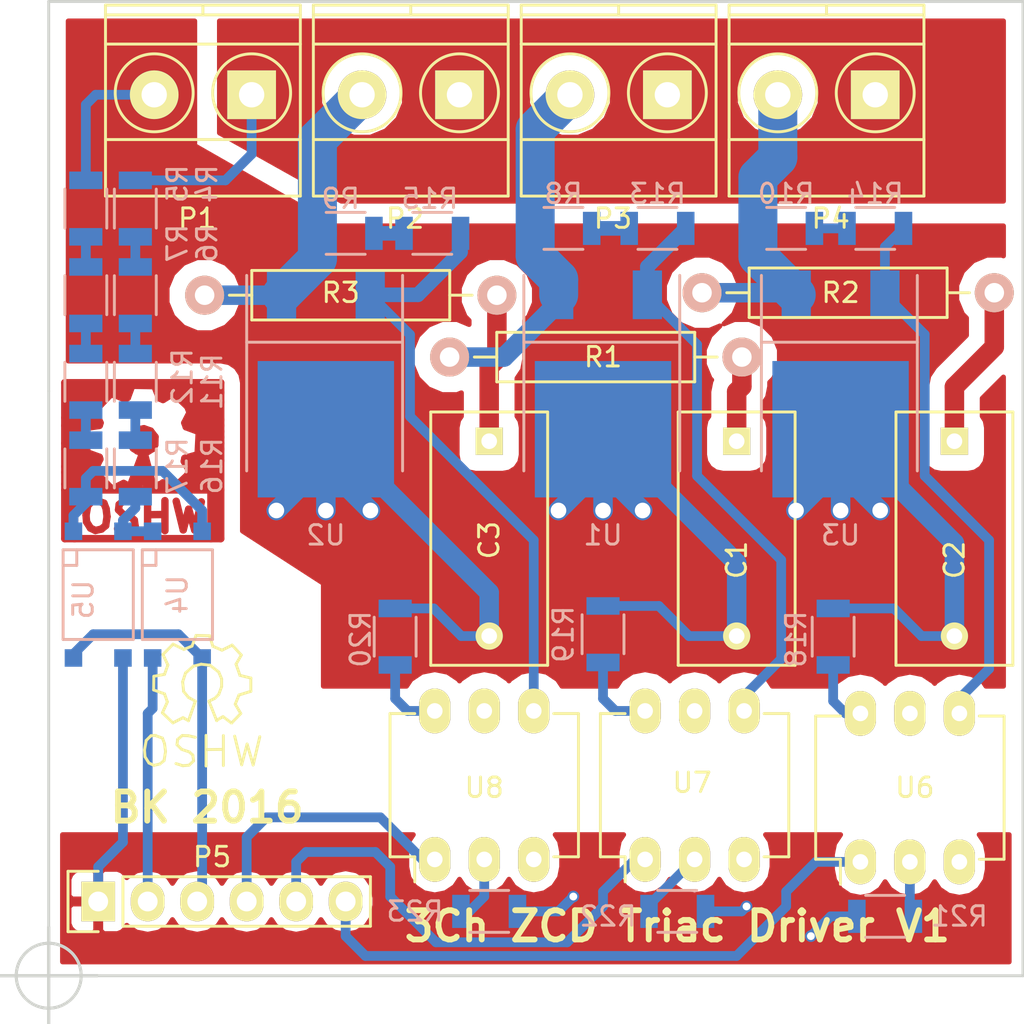
<source format=kicad_pcb>
(kicad_pcb (version 4) (host pcbnew 4.0.2-stable)

  (general
    (links 61)
    (no_connects 0)
    (area 106.479926 69.762999 167.075001 122.5)
    (thickness 1.6)
    (drawings 11)
    (tracks 189)
    (zones 0)
    (modules 41)
    (nets 35)
  )

  (page A4)
  (layers
    (0 F.Cu signal hide)
    (31 B.Cu signal hide)
    (32 B.Adhes user)
    (33 F.Adhes user)
    (34 B.Paste user)
    (35 F.Paste user)
    (36 B.SilkS user)
    (37 F.SilkS user)
    (38 B.Mask user)
    (39 F.Mask user)
    (40 Dwgs.User user)
    (41 Cmts.User user)
    (42 Eco1.User user)
    (43 Eco2.User user)
    (44 Edge.Cuts user)
    (45 Margin user)
    (46 B.CrtYd user)
    (47 F.CrtYd user)
    (48 B.Fab user)
    (49 F.Fab user)
  )

  (setup
    (last_trace_width 0.25)
    (user_trace_width 0.25)
    (user_trace_width 0.5)
    (user_trace_width 0.75)
    (user_trace_width 1)
    (trace_clearance 0.2)
    (zone_clearance 0.8)
    (zone_45_only no)
    (trace_min 0.2)
    (segment_width 0.2)
    (edge_width 0.15)
    (via_size 0.6)
    (via_drill 0.4)
    (via_min_size 0.4)
    (via_min_drill 0.3)
    (user_via 0.4 0.3)
    (user_via 0.5 0.4)
    (user_via 0.8 0.6)
    (user_via 1 0.8)
    (uvia_size 0.3)
    (uvia_drill 0.1)
    (uvias_allowed no)
    (uvia_min_size 0.2)
    (uvia_min_drill 0.1)
    (pcb_text_width 0.3)
    (pcb_text_size 1.5 1.5)
    (mod_edge_width 0.15)
    (mod_text_size 1 1)
    (mod_text_width 0.15)
    (pad_size 1.524 1.524)
    (pad_drill 0.762)
    (pad_to_mask_clearance 0.05)
    (aux_axis_origin 117 120)
    (grid_origin 117 120)
    (visible_elements 7FFEFFFF)
    (pcbplotparams
      (layerselection 0x01020_00000000)
      (usegerberextensions false)
      (excludeedgelayer true)
      (linewidth 0.100000)
      (plotframeref false)
      (viasonmask false)
      (mode 1)
      (useauxorigin false)
      (hpglpennumber 1)
      (hpglpenspeed 20)
      (hpglpendiameter 15)
      (hpglpenoverlay 2)
      (psnegative false)
      (psa4output false)
      (plotreference true)
      (plotvalue false)
      (plotinvisibletext false)
      (padsonsilk false)
      (subtractmaskfromsilk false)
      (outputformat 4)
      (mirror false)
      (drillshape 0)
      (scaleselection 1)
      (outputdirectory gerber/))
  )

  (net 0 "")
  (net 1 "Net-(C1-Pad1)")
  (net 2 /Hot_In)
  (net 3 "Net-(C2-Pad1)")
  (net 4 "Net-(C3-Pad1)")
  (net 5 /Neu_In)
  (net 6 /PH3_Out)
  (net 7 /PH2_Out)
  (net 8 /PH1_Out)
  (net 9 /PH1_Ctrl)
  (net 10 /PH2_Ctrl)
  (net 11 /PH3_Ctrl)
  (net 12 /VDD_3V3)
  (net 13 /ZCD)
  (net 14 /GND)
  (net 15 "Net-(R4-Pad2)")
  (net 16 "Net-(R5-Pad2)")
  (net 17 "Net-(R11-Pad1)")
  (net 18 "Net-(R12-Pad1)")
  (net 19 "Net-(R13-Pad1)")
  (net 20 "Net-(R15-Pad1)")
  (net 21 "Net-(R10-Pad2)")
  (net 22 "Net-(R11-Pad2)")
  (net 23 "Net-(R12-Pad2)")
  (net 24 /G2_Drv)
  (net 25 /G1_Drv)
  (net 26 /G3_Drv)
  (net 27 "Net-(R16-Pad2)")
  (net 28 "Net-(R17-Pad2)")
  (net 29 "Net-(R18-Pad2)")
  (net 30 "Net-(R19-Pad2)")
  (net 31 "Net-(R20-Pad2)")
  (net 32 "Net-(R21-Pad1)")
  (net 33 "Net-(R22-Pad1)")
  (net 34 "Net-(R23-Pad1)")

  (net_class Default "This is the default net class."
    (clearance 0.2)
    (trace_width 0.25)
    (via_dia 0.6)
    (via_drill 0.4)
    (uvia_dia 0.3)
    (uvia_drill 0.1)
    (add_net /G1_Drv)
    (add_net /G2_Drv)
    (add_net /G3_Drv)
    (add_net /GND)
    (add_net /Hot_In)
    (add_net /Neu_In)
    (add_net /PH1_Ctrl)
    (add_net /PH1_Out)
    (add_net /PH2_Ctrl)
    (add_net /PH2_Out)
    (add_net /PH3_Ctrl)
    (add_net /PH3_Out)
    (add_net /VDD_3V3)
    (add_net /ZCD)
    (add_net "Net-(C1-Pad1)")
    (add_net "Net-(C2-Pad1)")
    (add_net "Net-(C3-Pad1)")
    (add_net "Net-(R10-Pad2)")
    (add_net "Net-(R11-Pad1)")
    (add_net "Net-(R11-Pad2)")
    (add_net "Net-(R12-Pad1)")
    (add_net "Net-(R12-Pad2)")
    (add_net "Net-(R13-Pad1)")
    (add_net "Net-(R15-Pad1)")
    (add_net "Net-(R16-Pad2)")
    (add_net "Net-(R17-Pad2)")
    (add_net "Net-(R18-Pad2)")
    (add_net "Net-(R19-Pad2)")
    (add_net "Net-(R20-Pad2)")
    (add_net "Net-(R21-Pad1)")
    (add_net "Net-(R22-Pad1)")
    (add_net "Net-(R23-Pad1)")
    (add_net "Net-(R4-Pad2)")
    (add_net "Net-(R5-Pad2)")
  )

  (net_class aaa ""
    (clearance 0.2)
    (trace_width 0.75)
    (via_dia 0.6)
    (via_drill 0.4)
    (uvia_dia 0.3)
    (uvia_drill 0.1)
  )

  (net_class aaaa ""
    (clearance 0.2)
    (trace_width 1)
    (via_dia 0.6)
    (via_drill 0.4)
    (uvia_dia 0.3)
    (uvia_drill 0.1)
  )

  (net_class dd ""
    (clearance 0.2)
    (trace_width 0.5)
    (via_dia 0.6)
    (via_drill 0.4)
    (uvia_dia 0.3)
    (uvia_drill 0.1)
  )

  (module .pretty:SOT-428 (layer B.Cu) (tedit 56D9ABE3) (tstamp 56D93B9A)
    (at 145.448 88.504)
    (descr SOT428)
    (path /56D7F5E4)
    (attr smd)
    (fp_text reference U1 (at 0 8.89 180) (layer B.SilkS)
      (effects (font (size 1 1) (thickness 0.15)) (justify mirror))
    )
    (fp_text value TRIAC (at -0.09906 -0.89916) (layer B.Fab)
      (effects (font (size 1 1) (thickness 0.15)) (justify mirror))
    )
    (fp_line (start -4.064 -1.016) (end 3.937 -1.016) (layer B.SilkS) (width 0.15))
    (fp_line (start -4.064 5.588) (end -4.064 -4.445) (layer B.SilkS) (width 0.15))
    (fp_line (start 3.937 5.588) (end 3.937 -4.445) (layer B.SilkS) (width 0.15))
    (pad 1 smd rect (at -2.27584 -3.44932) (size 1.50114 2.49936) (layers B.Cu B.Paste B.Mask)
      (net 7 /PH2_Out))
    (pad 3 smd rect (at 2.27584 -3.44932) (size 1.50114 2.49936) (layers B.Cu B.Paste B.Mask)
      (net 24 /G2_Drv))
    (pad 2 smd rect (at 0 3.44932) (size 7.00024 7.00024) (layers B.Cu B.Paste B.Mask)
      (net 2 /Hot_In))
    (model TO_SOT_Packages_SMD.3dshapes/SOT-428.wrl
      (at (xyz 0 0 0))
      (scale (xyz 1 1 1))
      (rotate (xyz 0 0 0))
    )
  )

  (module Capacitors_ThroughHole:C_Rect_L13_W6_H12_P10 (layer F.Cu) (tedit 56D99C17) (tstamp 56D93ADB)
    (at 152.306 92.568 270)
    (descr "Film Capacitor Length 13mm x Width 6mm x Height 12mm, Pitch 10mm")
    (tags "Kemet R.46 Capacitor")
    (path /56D7FDD2)
    (fp_text reference C1 (at 6.096 0 270) (layer F.SilkS)
      (effects (font (size 1 1) (thickness 0.15)))
    )
    (fp_text value "X2 10n" (at 5.842 1.524 270) (layer F.Fab)
      (effects (font (size 1 1) (thickness 0.15)))
    )
    (fp_line (start -1.75 -3.25) (end 11.75 -3.25) (layer F.CrtYd) (width 0.05))
    (fp_line (start 11.75 -3.25) (end 11.75 3.25) (layer F.CrtYd) (width 0.05))
    (fp_line (start 11.75 3.25) (end -1.75 3.25) (layer F.CrtYd) (width 0.05))
    (fp_line (start -1.75 3.25) (end -1.75 -3.25) (layer F.CrtYd) (width 0.05))
    (fp_line (start -1.5 -3) (end 11.5 -3) (layer F.SilkS) (width 0.15))
    (fp_line (start 11.5 -3) (end 11.5 3) (layer F.SilkS) (width 0.15))
    (fp_line (start 11.5 3) (end -1.5 3) (layer F.SilkS) (width 0.15))
    (fp_line (start -1.5 3) (end -1.5 -3) (layer F.SilkS) (width 0.15))
    (pad 1 thru_hole rect (at 0 0 270) (size 1.4 1.4) (drill 0.8) (layers *.Cu *.Mask F.SilkS)
      (net 1 "Net-(C1-Pad1)"))
    (pad 2 thru_hole circle (at 10 0 270) (size 1.4 1.4) (drill 0.8) (layers *.Cu *.Mask F.SilkS)
      (net 2 /Hot_In))
    (model Capacitors_ThroughHole.3dshapes/C_Rect_L13_W6_H12_P10.wrl
      (at (xyz 0.19685 0 0))
      (scale (xyz 4 4 4))
      (rotate (xyz 0 0 0))
    )
  )

  (module Capacitors_ThroughHole:C_Rect_L13_W6_H12_P10 (layer F.Cu) (tedit 56D99C14) (tstamp 56D93AE1)
    (at 163.482 92.568 270)
    (descr "Film Capacitor Length 13mm x Width 6mm x Height 12mm, Pitch 10mm")
    (tags "Kemet R.46 Capacitor")
    (path /56D7FD1F)
    (fp_text reference C2 (at 6.096 0 270) (layer F.SilkS)
      (effects (font (size 1 1) (thickness 0.15)))
    )
    (fp_text value "X2 10n" (at 6.096 1.524 270) (layer F.Fab)
      (effects (font (size 1 1) (thickness 0.15)))
    )
    (fp_line (start -1.75 -3.25) (end 11.75 -3.25) (layer F.CrtYd) (width 0.05))
    (fp_line (start 11.75 -3.25) (end 11.75 3.25) (layer F.CrtYd) (width 0.05))
    (fp_line (start 11.75 3.25) (end -1.75 3.25) (layer F.CrtYd) (width 0.05))
    (fp_line (start -1.75 3.25) (end -1.75 -3.25) (layer F.CrtYd) (width 0.05))
    (fp_line (start -1.5 -3) (end 11.5 -3) (layer F.SilkS) (width 0.15))
    (fp_line (start 11.5 -3) (end 11.5 3) (layer F.SilkS) (width 0.15))
    (fp_line (start 11.5 3) (end -1.5 3) (layer F.SilkS) (width 0.15))
    (fp_line (start -1.5 3) (end -1.5 -3) (layer F.SilkS) (width 0.15))
    (pad 1 thru_hole rect (at 0 0 270) (size 1.4 1.4) (drill 0.8) (layers *.Cu *.Mask F.SilkS)
      (net 3 "Net-(C2-Pad1)"))
    (pad 2 thru_hole circle (at 10 0 270) (size 1.4 1.4) (drill 0.8) (layers *.Cu *.Mask F.SilkS)
      (net 2 /Hot_In))
    (model Capacitors_ThroughHole.3dshapes/C_Rect_L13_W6_H12_P10.wrl
      (at (xyz 0.19685 0 0))
      (scale (xyz 4 4 4))
      (rotate (xyz 0 0 0))
    )
  )

  (module Capacitors_ThroughHole:C_Rect_L13_W6_H12_P10 (layer F.Cu) (tedit 56D99C1B) (tstamp 56D93AE7)
    (at 139.606 92.568 270)
    (descr "Film Capacitor Length 13mm x Width 6mm x Height 12mm, Pitch 10mm")
    (tags "Kemet R.46 Capacitor")
    (path /56D7FE5D)
    (fp_text reference C3 (at 5.08 0 270) (layer F.SilkS)
      (effects (font (size 1 1) (thickness 0.15)))
    )
    (fp_text value "X2 10n" (at 4.826 1.778 270) (layer F.Fab)
      (effects (font (size 1 1) (thickness 0.15)))
    )
    (fp_line (start -1.75 -3.25) (end 11.75 -3.25) (layer F.CrtYd) (width 0.05))
    (fp_line (start 11.75 -3.25) (end 11.75 3.25) (layer F.CrtYd) (width 0.05))
    (fp_line (start 11.75 3.25) (end -1.75 3.25) (layer F.CrtYd) (width 0.05))
    (fp_line (start -1.75 3.25) (end -1.75 -3.25) (layer F.CrtYd) (width 0.05))
    (fp_line (start -1.5 -3) (end 11.5 -3) (layer F.SilkS) (width 0.15))
    (fp_line (start 11.5 -3) (end 11.5 3) (layer F.SilkS) (width 0.15))
    (fp_line (start 11.5 3) (end -1.5 3) (layer F.SilkS) (width 0.15))
    (fp_line (start -1.5 3) (end -1.5 -3) (layer F.SilkS) (width 0.15))
    (pad 1 thru_hole rect (at 0 0 270) (size 1.4 1.4) (drill 0.8) (layers *.Cu *.Mask F.SilkS)
      (net 4 "Net-(C3-Pad1)"))
    (pad 2 thru_hole circle (at 10 0 270) (size 1.4 1.4) (drill 0.8) (layers *.Cu *.Mask F.SilkS)
      (net 2 /Hot_In))
    (model Capacitors_ThroughHole.3dshapes/C_Rect_L13_W6_H12_P10.wrl
      (at (xyz 0.19685 0 0))
      (scale (xyz 4 4 4))
      (rotate (xyz 0 0 0))
    )
  )

  (module Terminal_Blocks:TerminalBlock_Pheonix_MKDS1.5-2pol (layer F.Cu) (tedit 56D99D09) (tstamp 56D93AED)
    (at 127.414 74.788 180)
    (descr "2-way 5mm pitch terminal block, Phoenix MKDS series")
    (path /56D92EC1)
    (fp_text reference P1 (at 2.794 -6.35 180) (layer F.SilkS)
      (effects (font (size 1 1) (thickness 0.15)))
    )
    (fp_text value Mains_In (at 2.032 -2.794 180) (layer F.Fab)
      (effects (font (size 1 1) (thickness 0.15)))
    )
    (fp_line (start -2.7 -5.4) (end 7.7 -5.4) (layer F.CrtYd) (width 0.05))
    (fp_line (start -2.7 4.8) (end -2.7 -5.4) (layer F.CrtYd) (width 0.05))
    (fp_line (start 7.7 4.8) (end -2.7 4.8) (layer F.CrtYd) (width 0.05))
    (fp_line (start 7.7 -5.4) (end 7.7 4.8) (layer F.CrtYd) (width 0.05))
    (fp_line (start 2.5 4.1) (end 2.5 4.6) (layer F.SilkS) (width 0.15))
    (fp_circle (center 5 0.1) (end 3 0.1) (layer F.SilkS) (width 0.15))
    (fp_circle (center 0 0.1) (end 2 0.1) (layer F.SilkS) (width 0.15))
    (fp_line (start -2.5 2.6) (end 7.5 2.6) (layer F.SilkS) (width 0.15))
    (fp_line (start -2.5 -2.3) (end 7.5 -2.3) (layer F.SilkS) (width 0.15))
    (fp_line (start -2.5 4.1) (end 7.5 4.1) (layer F.SilkS) (width 0.15))
    (fp_line (start -2.5 4.6) (end 7.5 4.6) (layer F.SilkS) (width 0.15))
    (fp_line (start 7.5 4.6) (end 7.5 -5.2) (layer F.SilkS) (width 0.15))
    (fp_line (start 7.5 -5.2) (end -2.5 -5.2) (layer F.SilkS) (width 0.15))
    (fp_line (start -2.5 -5.2) (end -2.5 4.6) (layer F.SilkS) (width 0.15))
    (pad 1 thru_hole rect (at 0 0 180) (size 2.5 2.5) (drill 1.3) (layers *.Cu *.Mask F.SilkS)
      (net 5 /Neu_In))
    (pad 2 thru_hole circle (at 5 0 180) (size 2.5 2.5) (drill 1.3) (layers *.Cu *.Mask F.SilkS)
      (net 2 /Hot_In))
    (model Terminal_Blocks.3dshapes/TerminalBlock_Pheonix_MKDS1.5-2pol.wrl
      (at (xyz 0.0984 0 0))
      (scale (xyz 1 1 1))
      (rotate (xyz 0 0 0))
    )
  )

  (module Terminal_Blocks:TerminalBlock_Pheonix_MKDS1.5-2pol (layer F.Cu) (tedit 56D99D02) (tstamp 56D93AF3)
    (at 138.082 74.788 180)
    (descr "2-way 5mm pitch terminal block, Phoenix MKDS series")
    (path /56D92EC2)
    (fp_text reference P2 (at 2.794 -6.35 180) (layer F.SilkS)
      (effects (font (size 1 1) (thickness 0.15)))
    )
    (fp_text value Load_3 (at 2.286 -3.048 180) (layer F.Fab)
      (effects (font (size 1 1) (thickness 0.15)))
    )
    (fp_line (start -2.7 -5.4) (end 7.7 -5.4) (layer F.CrtYd) (width 0.05))
    (fp_line (start -2.7 4.8) (end -2.7 -5.4) (layer F.CrtYd) (width 0.05))
    (fp_line (start 7.7 4.8) (end -2.7 4.8) (layer F.CrtYd) (width 0.05))
    (fp_line (start 7.7 -5.4) (end 7.7 4.8) (layer F.CrtYd) (width 0.05))
    (fp_line (start 2.5 4.1) (end 2.5 4.6) (layer F.SilkS) (width 0.15))
    (fp_circle (center 5 0.1) (end 3 0.1) (layer F.SilkS) (width 0.15))
    (fp_circle (center 0 0.1) (end 2 0.1) (layer F.SilkS) (width 0.15))
    (fp_line (start -2.5 2.6) (end 7.5 2.6) (layer F.SilkS) (width 0.15))
    (fp_line (start -2.5 -2.3) (end 7.5 -2.3) (layer F.SilkS) (width 0.15))
    (fp_line (start -2.5 4.1) (end 7.5 4.1) (layer F.SilkS) (width 0.15))
    (fp_line (start -2.5 4.6) (end 7.5 4.6) (layer F.SilkS) (width 0.15))
    (fp_line (start 7.5 4.6) (end 7.5 -5.2) (layer F.SilkS) (width 0.15))
    (fp_line (start 7.5 -5.2) (end -2.5 -5.2) (layer F.SilkS) (width 0.15))
    (fp_line (start -2.5 -5.2) (end -2.5 4.6) (layer F.SilkS) (width 0.15))
    (pad 1 thru_hole rect (at 0 0 180) (size 2.5 2.5) (drill 1.3) (layers *.Cu *.Mask F.SilkS)
      (net 5 /Neu_In))
    (pad 2 thru_hole circle (at 5 0 180) (size 2.5 2.5) (drill 1.3) (layers *.Cu *.Mask F.SilkS)
      (net 6 /PH3_Out))
    (model Terminal_Blocks.3dshapes/TerminalBlock_Pheonix_MKDS1.5-2pol.wrl
      (at (xyz 0.0984 0 0))
      (scale (xyz 1 1 1))
      (rotate (xyz 0 0 0))
    )
  )

  (module Terminal_Blocks:TerminalBlock_Pheonix_MKDS1.5-2pol (layer F.Cu) (tedit 56D99CF4) (tstamp 56D93AF9)
    (at 148.75 74.788 180)
    (descr "2-way 5mm pitch terminal block, Phoenix MKDS series")
    (path /56D92EC3)
    (fp_text reference P3 (at 2.794 -6.35 180) (layer F.SilkS)
      (effects (font (size 1 1) (thickness 0.15)))
    )
    (fp_text value Load_2 (at 2.794 -3.048 180) (layer F.Fab)
      (effects (font (size 1 1) (thickness 0.15)))
    )
    (fp_line (start -2.7 -5.4) (end 7.7 -5.4) (layer F.CrtYd) (width 0.05))
    (fp_line (start -2.7 4.8) (end -2.7 -5.4) (layer F.CrtYd) (width 0.05))
    (fp_line (start 7.7 4.8) (end -2.7 4.8) (layer F.CrtYd) (width 0.05))
    (fp_line (start 7.7 -5.4) (end 7.7 4.8) (layer F.CrtYd) (width 0.05))
    (fp_line (start 2.5 4.1) (end 2.5 4.6) (layer F.SilkS) (width 0.15))
    (fp_circle (center 5 0.1) (end 3 0.1) (layer F.SilkS) (width 0.15))
    (fp_circle (center 0 0.1) (end 2 0.1) (layer F.SilkS) (width 0.15))
    (fp_line (start -2.5 2.6) (end 7.5 2.6) (layer F.SilkS) (width 0.15))
    (fp_line (start -2.5 -2.3) (end 7.5 -2.3) (layer F.SilkS) (width 0.15))
    (fp_line (start -2.5 4.1) (end 7.5 4.1) (layer F.SilkS) (width 0.15))
    (fp_line (start -2.5 4.6) (end 7.5 4.6) (layer F.SilkS) (width 0.15))
    (fp_line (start 7.5 4.6) (end 7.5 -5.2) (layer F.SilkS) (width 0.15))
    (fp_line (start 7.5 -5.2) (end -2.5 -5.2) (layer F.SilkS) (width 0.15))
    (fp_line (start -2.5 -5.2) (end -2.5 4.6) (layer F.SilkS) (width 0.15))
    (pad 1 thru_hole rect (at 0 0 180) (size 2.5 2.5) (drill 1.3) (layers *.Cu *.Mask F.SilkS)
      (net 5 /Neu_In))
    (pad 2 thru_hole circle (at 5 0 180) (size 2.5 2.5) (drill 1.3) (layers *.Cu *.Mask F.SilkS)
      (net 7 /PH2_Out))
    (model Terminal_Blocks.3dshapes/TerminalBlock_Pheonix_MKDS1.5-2pol.wrl
      (at (xyz 0.0984 0 0))
      (scale (xyz 1 1 1))
      (rotate (xyz 0 0 0))
    )
  )

  (module Terminal_Blocks:TerminalBlock_Pheonix_MKDS1.5-2pol (layer F.Cu) (tedit 56D99CEC) (tstamp 56D93AFF)
    (at 159.418 74.788 180)
    (descr "2-way 5mm pitch terminal block, Phoenix MKDS series")
    (path /56D92EC4)
    (fp_text reference P4 (at 2.286 -6.35 180) (layer F.SilkS)
      (effects (font (size 1 1) (thickness 0.15)))
    )
    (fp_text value Load_1 (at 2.286 -3.048 180) (layer F.Fab)
      (effects (font (size 1 1) (thickness 0.15)))
    )
    (fp_line (start -2.7 -5.4) (end 7.7 -5.4) (layer F.CrtYd) (width 0.05))
    (fp_line (start -2.7 4.8) (end -2.7 -5.4) (layer F.CrtYd) (width 0.05))
    (fp_line (start 7.7 4.8) (end -2.7 4.8) (layer F.CrtYd) (width 0.05))
    (fp_line (start 7.7 -5.4) (end 7.7 4.8) (layer F.CrtYd) (width 0.05))
    (fp_line (start 2.5 4.1) (end 2.5 4.6) (layer F.SilkS) (width 0.15))
    (fp_circle (center 5 0.1) (end 3 0.1) (layer F.SilkS) (width 0.15))
    (fp_circle (center 0 0.1) (end 2 0.1) (layer F.SilkS) (width 0.15))
    (fp_line (start -2.5 2.6) (end 7.5 2.6) (layer F.SilkS) (width 0.15))
    (fp_line (start -2.5 -2.3) (end 7.5 -2.3) (layer F.SilkS) (width 0.15))
    (fp_line (start -2.5 4.1) (end 7.5 4.1) (layer F.SilkS) (width 0.15))
    (fp_line (start -2.5 4.6) (end 7.5 4.6) (layer F.SilkS) (width 0.15))
    (fp_line (start 7.5 4.6) (end 7.5 -5.2) (layer F.SilkS) (width 0.15))
    (fp_line (start 7.5 -5.2) (end -2.5 -5.2) (layer F.SilkS) (width 0.15))
    (fp_line (start -2.5 -5.2) (end -2.5 4.6) (layer F.SilkS) (width 0.15))
    (pad 1 thru_hole rect (at 0 0 180) (size 2.5 2.5) (drill 1.3) (layers *.Cu *.Mask F.SilkS)
      (net 5 /Neu_In))
    (pad 2 thru_hole circle (at 5 0 180) (size 2.5 2.5) (drill 1.3) (layers *.Cu *.Mask F.SilkS)
      (net 8 /PH1_Out))
    (model Terminal_Blocks.3dshapes/TerminalBlock_Pheonix_MKDS1.5-2pol.wrl
      (at (xyz 0.0984 0 0))
      (scale (xyz 1 1 1))
      (rotate (xyz 0 0 0))
    )
  )

  (module Pin_Headers:Pin_Header_Straight_1x06 (layer F.Cu) (tedit 56D99C26) (tstamp 56D93B09)
    (at 119.54 116.19 90)
    (descr "Through hole pin header")
    (tags "pin header")
    (path /56D92EC5)
    (fp_text reference P5 (at 2.286 5.842 180) (layer F.SilkS)
      (effects (font (size 1 1) (thickness 0.15)))
    )
    (fp_text value CONN_01X06 (at -2.54 6.096 180) (layer F.Fab)
      (effects (font (size 1 1) (thickness 0.15)))
    )
    (fp_line (start -1.75 -1.75) (end -1.75 14.45) (layer F.CrtYd) (width 0.05))
    (fp_line (start 1.75 -1.75) (end 1.75 14.45) (layer F.CrtYd) (width 0.05))
    (fp_line (start -1.75 -1.75) (end 1.75 -1.75) (layer F.CrtYd) (width 0.05))
    (fp_line (start -1.75 14.45) (end 1.75 14.45) (layer F.CrtYd) (width 0.05))
    (fp_line (start 1.27 1.27) (end 1.27 13.97) (layer F.SilkS) (width 0.15))
    (fp_line (start 1.27 13.97) (end -1.27 13.97) (layer F.SilkS) (width 0.15))
    (fp_line (start -1.27 13.97) (end -1.27 1.27) (layer F.SilkS) (width 0.15))
    (fp_line (start 1.55 -1.55) (end 1.55 0) (layer F.SilkS) (width 0.15))
    (fp_line (start 1.27 1.27) (end -1.27 1.27) (layer F.SilkS) (width 0.15))
    (fp_line (start -1.55 0) (end -1.55 -1.55) (layer F.SilkS) (width 0.15))
    (fp_line (start -1.55 -1.55) (end 1.55 -1.55) (layer F.SilkS) (width 0.15))
    (pad 1 thru_hole rect (at 0 0 90) (size 2.032 1.7272) (drill 1.016) (layers *.Cu *.Mask F.SilkS)
      (net 14 /GND))
    (pad 2 thru_hole oval (at 0 2.54 90) (size 2.032 1.7272) (drill 1.016) (layers *.Cu *.Mask F.SilkS)
      (net 12 /VDD_3V3))
    (pad 3 thru_hole oval (at 0 5.08 90) (size 2.032 1.7272) (drill 1.016) (layers *.Cu *.Mask F.SilkS)
      (net 13 /ZCD))
    (pad 4 thru_hole oval (at 0 7.62 90) (size 2.032 1.7272) (drill 1.016) (layers *.Cu *.Mask F.SilkS)
      (net 11 /PH3_Ctrl))
    (pad 5 thru_hole oval (at 0 10.16 90) (size 2.032 1.7272) (drill 1.016) (layers *.Cu *.Mask F.SilkS)
      (net 10 /PH2_Ctrl))
    (pad 6 thru_hole oval (at 0 12.7 90) (size 2.032 1.7272) (drill 1.016) (layers *.Cu *.Mask F.SilkS)
      (net 9 /PH1_Ctrl))
    (model Pin_Headers.3dshapes/Pin_Header_Straight_1x06.wrl
      (at (xyz 0 -0.25 0))
      (scale (xyz 1 1 1))
      (rotate (xyz 0 0 90))
    )
  )

  (module Resistors_ThroughHole:Resistor_Horizontal_RM15mm (layer F.Cu) (tedit 56D99BF9) (tstamp 56D93B0F)
    (at 137.574 88.25)
    (descr "Resistor, Axial, RM 15mm,")
    (tags "Resistor Axial RM 15mm")
    (path /56D7FC05)
    (fp_text reference R1 (at 7.874 0) (layer F.SilkS)
      (effects (font (size 1 1) (thickness 0.15)))
    )
    (fp_text value "39 1W" (at 7.5 4.0005) (layer F.Fab)
      (effects (font (size 1 1) (thickness 0.15)))
    )
    (fp_line (start -1.25 1.5) (end -1.25 -1.5) (layer F.CrtYd) (width 0.05))
    (fp_line (start -1.25 -1.5) (end 16.25 -1.5) (layer F.CrtYd) (width 0.05))
    (fp_line (start 16.25 -1.5) (end 16.25 1.5) (layer F.CrtYd) (width 0.05))
    (fp_line (start 16.25 1.5) (end -1.25 1.5) (layer F.CrtYd) (width 0.05))
    (fp_line (start 2.42 -1.27) (end 2.42 1.27) (layer F.SilkS) (width 0.15))
    (fp_line (start 2.42 1.27) (end 12.58 1.27) (layer F.SilkS) (width 0.15))
    (fp_line (start 12.58 1.27) (end 12.58 -1.27) (layer F.SilkS) (width 0.15))
    (fp_line (start 12.58 -1.27) (end 2.42 -1.27) (layer F.SilkS) (width 0.15))
    (fp_line (start 13.73 0) (end 12.58 0) (layer F.SilkS) (width 0.15))
    (fp_line (start 1.27 0) (end 2.42 0) (layer F.SilkS) (width 0.15))
    (pad 1 thru_hole circle (at 0 0) (size 1.99898 1.99898) (drill 1.00076) (layers *.Cu *.SilkS *.Mask)
      (net 7 /PH2_Out))
    (pad 2 thru_hole circle (at 15 0) (size 1.99898 1.99898) (drill 1.00076) (layers *.Cu *.SilkS *.Mask)
      (net 1 "Net-(C1-Pad1)"))
    (model Resistors_ThroughHole.3dshapes/Resistor_Horizontal_RM15mm.wrl
      (at (xyz 0.295 0 0))
      (scale (xyz 0.395 0.4 0.4))
      (rotate (xyz 0 0 0))
    )
  )

  (module Resistors_ThroughHole:Resistor_Horizontal_RM15mm (layer F.Cu) (tedit 56D99BF0) (tstamp 56D93B15)
    (at 150.528 84.948)
    (descr "Resistor, Axial, RM 15mm,")
    (tags "Resistor Axial RM 15mm")
    (path /56D7FB70)
    (fp_text reference R2 (at 7.112 0) (layer F.SilkS)
      (effects (font (size 1 1) (thickness 0.15)))
    )
    (fp_text value "R39 1W" (at 7.5 4.0005) (layer F.Fab)
      (effects (font (size 1 1) (thickness 0.15)))
    )
    (fp_line (start -1.25 1.5) (end -1.25 -1.5) (layer F.CrtYd) (width 0.05))
    (fp_line (start -1.25 -1.5) (end 16.25 -1.5) (layer F.CrtYd) (width 0.05))
    (fp_line (start 16.25 -1.5) (end 16.25 1.5) (layer F.CrtYd) (width 0.05))
    (fp_line (start 16.25 1.5) (end -1.25 1.5) (layer F.CrtYd) (width 0.05))
    (fp_line (start 2.42 -1.27) (end 2.42 1.27) (layer F.SilkS) (width 0.15))
    (fp_line (start 2.42 1.27) (end 12.58 1.27) (layer F.SilkS) (width 0.15))
    (fp_line (start 12.58 1.27) (end 12.58 -1.27) (layer F.SilkS) (width 0.15))
    (fp_line (start 12.58 -1.27) (end 2.42 -1.27) (layer F.SilkS) (width 0.15))
    (fp_line (start 13.73 0) (end 12.58 0) (layer F.SilkS) (width 0.15))
    (fp_line (start 1.27 0) (end 2.42 0) (layer F.SilkS) (width 0.15))
    (pad 1 thru_hole circle (at 0 0) (size 1.99898 1.99898) (drill 1.00076) (layers *.Cu *.SilkS *.Mask)
      (net 8 /PH1_Out))
    (pad 2 thru_hole circle (at 15 0) (size 1.99898 1.99898) (drill 1.00076) (layers *.Cu *.SilkS *.Mask)
      (net 3 "Net-(C2-Pad1)"))
    (model Resistors_ThroughHole.3dshapes/Resistor_Horizontal_RM15mm.wrl
      (at (xyz 0.295 0 0))
      (scale (xyz 0.395 0.4 0.4))
      (rotate (xyz 0 0 0))
    )
  )

  (module Resistors_ThroughHole:Resistor_Horizontal_RM15mm (layer F.Cu) (tedit 56D99C04) (tstamp 56D93B1B)
    (at 125.001 85.075)
    (descr "Resistor, Axial, RM 15mm,")
    (tags "Resistor Axial RM 15mm")
    (path /56D7FC88)
    (fp_text reference R3 (at 6.985 -0.127) (layer F.SilkS)
      (effects (font (size 1 1) (thickness 0.15)))
    )
    (fp_text value "39 1W" (at 7.5 4.0005) (layer F.Fab)
      (effects (font (size 1 1) (thickness 0.15)))
    )
    (fp_line (start -1.25 1.5) (end -1.25 -1.5) (layer F.CrtYd) (width 0.05))
    (fp_line (start -1.25 -1.5) (end 16.25 -1.5) (layer F.CrtYd) (width 0.05))
    (fp_line (start 16.25 -1.5) (end 16.25 1.5) (layer F.CrtYd) (width 0.05))
    (fp_line (start 16.25 1.5) (end -1.25 1.5) (layer F.CrtYd) (width 0.05))
    (fp_line (start 2.42 -1.27) (end 2.42 1.27) (layer F.SilkS) (width 0.15))
    (fp_line (start 2.42 1.27) (end 12.58 1.27) (layer F.SilkS) (width 0.15))
    (fp_line (start 12.58 1.27) (end 12.58 -1.27) (layer F.SilkS) (width 0.15))
    (fp_line (start 12.58 -1.27) (end 2.42 -1.27) (layer F.SilkS) (width 0.15))
    (fp_line (start 13.73 0) (end 12.58 0) (layer F.SilkS) (width 0.15))
    (fp_line (start 1.27 0) (end 2.42 0) (layer F.SilkS) (width 0.15))
    (pad 1 thru_hole circle (at 0 0) (size 1.99898 1.99898) (drill 1.00076) (layers *.Cu *.SilkS *.Mask)
      (net 6 /PH3_Out))
    (pad 2 thru_hole circle (at 15 0) (size 1.99898 1.99898) (drill 1.00076) (layers *.Cu *.SilkS *.Mask)
      (net 4 "Net-(C3-Pad1)"))
    (model Resistors_ThroughHole.3dshapes/Resistor_Horizontal_RM15mm.wrl
      (at (xyz 0.295 0 0))
      (scale (xyz 0.395 0.4 0.4))
      (rotate (xyz 0 0 0))
    )
  )

  (module Resistors_SMD:R_1206 (layer B.Cu) (tedit 56D99C92) (tstamp 56D93B21)
    (at 121.445 80.63 270)
    (descr "Resistor SMD 1206, reflow soldering, Vishay (see dcrcw.pdf)")
    (tags "resistor 1206")
    (path /56D92EAA)
    (attr smd)
    (fp_text reference R4 (at -1.27 -3.683 450) (layer B.SilkS)
      (effects (font (size 1 1) (thickness 0.15)) (justify mirror))
    )
    (fp_text value 7.5K (at 0 -2.3 270) (layer B.Fab)
      (effects (font (size 1 1) (thickness 0.15)) (justify mirror))
    )
    (fp_line (start -2.2 1.2) (end 2.2 1.2) (layer B.CrtYd) (width 0.05))
    (fp_line (start -2.2 -1.2) (end 2.2 -1.2) (layer B.CrtYd) (width 0.05))
    (fp_line (start -2.2 1.2) (end -2.2 -1.2) (layer B.CrtYd) (width 0.05))
    (fp_line (start 2.2 1.2) (end 2.2 -1.2) (layer B.CrtYd) (width 0.05))
    (fp_line (start 1 -1.075) (end -1 -1.075) (layer B.SilkS) (width 0.15))
    (fp_line (start -1 1.075) (end 1 1.075) (layer B.SilkS) (width 0.15))
    (pad 1 smd rect (at -1.45 0 270) (size 0.9 1.7) (layers B.Cu B.Paste B.Mask)
      (net 5 /Neu_In))
    (pad 2 smd rect (at 1.45 0 270) (size 0.9 1.7) (layers B.Cu B.Paste B.Mask)
      (net 15 "Net-(R4-Pad2)"))
    (model Resistors_SMD.3dshapes/R_1206.wrl
      (at (xyz 0 0 0))
      (scale (xyz 1 1 1))
      (rotate (xyz 0 0 0))
    )
  )

  (module Resistors_SMD:R_1206 (layer B.Cu) (tedit 56D99C97) (tstamp 56D93B27)
    (at 118.905 80.63 270)
    (descr "Resistor SMD 1206, reflow soldering, Vishay (see dcrcw.pdf)")
    (tags "resistor 1206")
    (path /56D92EAB)
    (attr smd)
    (fp_text reference R5 (at -1.27 -4.699 450) (layer B.SilkS)
      (effects (font (size 1 1) (thickness 0.15)) (justify mirror))
    )
    (fp_text value 7.5K (at 0 -2.3 270) (layer B.Fab)
      (effects (font (size 1 1) (thickness 0.15)) (justify mirror))
    )
    (fp_line (start -2.2 1.2) (end 2.2 1.2) (layer B.CrtYd) (width 0.05))
    (fp_line (start -2.2 -1.2) (end 2.2 -1.2) (layer B.CrtYd) (width 0.05))
    (fp_line (start -2.2 1.2) (end -2.2 -1.2) (layer B.CrtYd) (width 0.05))
    (fp_line (start 2.2 1.2) (end 2.2 -1.2) (layer B.CrtYd) (width 0.05))
    (fp_line (start 1 -1.075) (end -1 -1.075) (layer B.SilkS) (width 0.15))
    (fp_line (start -1 1.075) (end 1 1.075) (layer B.SilkS) (width 0.15))
    (pad 1 smd rect (at -1.45 0 270) (size 0.9 1.7) (layers B.Cu B.Paste B.Mask)
      (net 2 /Hot_In))
    (pad 2 smd rect (at 1.45 0 270) (size 0.9 1.7) (layers B.Cu B.Paste B.Mask)
      (net 16 "Net-(R5-Pad2)"))
    (model Resistors_SMD.3dshapes/R_1206.wrl
      (at (xyz 0 0 0))
      (scale (xyz 1 1 1))
      (rotate (xyz 0 0 0))
    )
  )

  (module Resistors_SMD:R_1206 (layer B.Cu) (tedit 56D99CA0) (tstamp 56D93B2D)
    (at 121.445 85.075 270)
    (descr "Resistor SMD 1206, reflow soldering, Vishay (see dcrcw.pdf)")
    (tags "resistor 1206")
    (path /56D92EA6)
    (attr smd)
    (fp_text reference R6 (at -2.667 -3.683 450) (layer B.SilkS)
      (effects (font (size 1 1) (thickness 0.15)) (justify mirror))
    )
    (fp_text value 7.5K (at 0 -2.3 270) (layer B.Fab)
      (effects (font (size 1 1) (thickness 0.15)) (justify mirror))
    )
    (fp_line (start -2.2 1.2) (end 2.2 1.2) (layer B.CrtYd) (width 0.05))
    (fp_line (start -2.2 -1.2) (end 2.2 -1.2) (layer B.CrtYd) (width 0.05))
    (fp_line (start -2.2 1.2) (end -2.2 -1.2) (layer B.CrtYd) (width 0.05))
    (fp_line (start 2.2 1.2) (end 2.2 -1.2) (layer B.CrtYd) (width 0.05))
    (fp_line (start 1 -1.075) (end -1 -1.075) (layer B.SilkS) (width 0.15))
    (fp_line (start -1 1.075) (end 1 1.075) (layer B.SilkS) (width 0.15))
    (pad 1 smd rect (at -1.45 0 270) (size 0.9 1.7) (layers B.Cu B.Paste B.Mask)
      (net 15 "Net-(R4-Pad2)"))
    (pad 2 smd rect (at 1.45 0 270) (size 0.9 1.7) (layers B.Cu B.Paste B.Mask)
      (net 17 "Net-(R11-Pad1)"))
    (model Resistors_SMD.3dshapes/R_1206.wrl
      (at (xyz 0 0 0))
      (scale (xyz 1 1 1))
      (rotate (xyz 0 0 0))
    )
  )

  (module Resistors_SMD:R_1206 (layer B.Cu) (tedit 56D99CA6) (tstamp 56D93B33)
    (at 118.905 85.075 270)
    (descr "Resistor SMD 1206, reflow soldering, Vishay (see dcrcw.pdf)")
    (tags "resistor 1206")
    (path /56D92EA9)
    (attr smd)
    (fp_text reference R7 (at -2.667 -4.699 450) (layer B.SilkS)
      (effects (font (size 1 1) (thickness 0.15)) (justify mirror))
    )
    (fp_text value 7.5K (at 0 -2.3 270) (layer B.Fab)
      (effects (font (size 1 1) (thickness 0.15)) (justify mirror))
    )
    (fp_line (start -2.2 1.2) (end 2.2 1.2) (layer B.CrtYd) (width 0.05))
    (fp_line (start -2.2 -1.2) (end 2.2 -1.2) (layer B.CrtYd) (width 0.05))
    (fp_line (start -2.2 1.2) (end -2.2 -1.2) (layer B.CrtYd) (width 0.05))
    (fp_line (start 2.2 1.2) (end 2.2 -1.2) (layer B.CrtYd) (width 0.05))
    (fp_line (start 1 -1.075) (end -1 -1.075) (layer B.SilkS) (width 0.15))
    (fp_line (start -1 1.075) (end 1 1.075) (layer B.SilkS) (width 0.15))
    (pad 1 smd rect (at -1.45 0 270) (size 0.9 1.7) (layers B.Cu B.Paste B.Mask)
      (net 16 "Net-(R5-Pad2)"))
    (pad 2 smd rect (at 1.45 0 270) (size 0.9 1.7) (layers B.Cu B.Paste B.Mask)
      (net 18 "Net-(R12-Pad1)"))
    (model Resistors_SMD.3dshapes/R_1206.wrl
      (at (xyz 0 0 0))
      (scale (xyz 1 1 1))
      (rotate (xyz 0 0 0))
    )
  )

  (module Resistors_SMD:R_1206 (layer B.Cu) (tedit 56D99CC6) (tstamp 56D93B39)
    (at 143.416 81.646)
    (descr "Resistor SMD 1206, reflow soldering, Vishay (see dcrcw.pdf)")
    (tags "resistor 1206")
    (path /56D92EB9)
    (attr smd)
    (fp_text reference R8 (at 0 -1.778 180) (layer B.SilkS)
      (effects (font (size 1 1) (thickness 0.15)) (justify mirror))
    )
    (fp_text value 180 (at 0 -2.3) (layer B.Fab)
      (effects (font (size 1 1) (thickness 0.15)) (justify mirror))
    )
    (fp_line (start -2.2 1.2) (end 2.2 1.2) (layer B.CrtYd) (width 0.05))
    (fp_line (start -2.2 -1.2) (end 2.2 -1.2) (layer B.CrtYd) (width 0.05))
    (fp_line (start -2.2 1.2) (end -2.2 -1.2) (layer B.CrtYd) (width 0.05))
    (fp_line (start 2.2 1.2) (end 2.2 -1.2) (layer B.CrtYd) (width 0.05))
    (fp_line (start 1 -1.075) (end -1 -1.075) (layer B.SilkS) (width 0.15))
    (fp_line (start -1 1.075) (end 1 1.075) (layer B.SilkS) (width 0.15))
    (pad 1 smd rect (at -1.45 0) (size 0.9 1.7) (layers B.Cu B.Paste B.Mask)
      (net 7 /PH2_Out))
    (pad 2 smd rect (at 1.45 0) (size 0.9 1.7) (layers B.Cu B.Paste B.Mask)
      (net 19 "Net-(R13-Pad1)"))
    (model Resistors_SMD.3dshapes/R_1206.wrl
      (at (xyz 0 0 0))
      (scale (xyz 1 1 1))
      (rotate (xyz 0 0 0))
    )
  )

  (module Resistors_SMD:R_1206 (layer B.Cu) (tedit 56D99CB7) (tstamp 56D93B3F)
    (at 132.24 81.9)
    (descr "Resistor SMD 1206, reflow soldering, Vishay (see dcrcw.pdf)")
    (tags "resistor 1206")
    (path /56D92EBA)
    (attr smd)
    (fp_text reference R9 (at -0.254 -1.778 180) (layer B.SilkS)
      (effects (font (size 1 1) (thickness 0.15)) (justify mirror))
    )
    (fp_text value 180 (at 0 -2.3) (layer B.Fab)
      (effects (font (size 1 1) (thickness 0.15)) (justify mirror))
    )
    (fp_line (start -2.2 1.2) (end 2.2 1.2) (layer B.CrtYd) (width 0.05))
    (fp_line (start -2.2 -1.2) (end 2.2 -1.2) (layer B.CrtYd) (width 0.05))
    (fp_line (start -2.2 1.2) (end -2.2 -1.2) (layer B.CrtYd) (width 0.05))
    (fp_line (start 2.2 1.2) (end 2.2 -1.2) (layer B.CrtYd) (width 0.05))
    (fp_line (start 1 -1.075) (end -1 -1.075) (layer B.SilkS) (width 0.15))
    (fp_line (start -1 1.075) (end 1 1.075) (layer B.SilkS) (width 0.15))
    (pad 1 smd rect (at -1.45 0) (size 0.9 1.7) (layers B.Cu B.Paste B.Mask)
      (net 6 /PH3_Out))
    (pad 2 smd rect (at 1.45 0) (size 0.9 1.7) (layers B.Cu B.Paste B.Mask)
      (net 20 "Net-(R15-Pad1)"))
    (model Resistors_SMD.3dshapes/R_1206.wrl
      (at (xyz 0 0 0))
      (scale (xyz 1 1 1))
      (rotate (xyz 0 0 0))
    )
  )

  (module Resistors_SMD:R_1206 (layer B.Cu) (tedit 56D99CD5) (tstamp 56D93B45)
    (at 154.846 81.646)
    (descr "Resistor SMD 1206, reflow soldering, Vishay (see dcrcw.pdf)")
    (tags "resistor 1206")
    (path /56D92EB8)
    (attr smd)
    (fp_text reference R10 (at 0 -1.778 180) (layer B.SilkS)
      (effects (font (size 1 1) (thickness 0.15)) (justify mirror))
    )
    (fp_text value 180 (at 0 -2.3) (layer B.Fab)
      (effects (font (size 1 1) (thickness 0.15)) (justify mirror))
    )
    (fp_line (start -2.2 1.2) (end 2.2 1.2) (layer B.CrtYd) (width 0.05))
    (fp_line (start -2.2 -1.2) (end 2.2 -1.2) (layer B.CrtYd) (width 0.05))
    (fp_line (start -2.2 1.2) (end -2.2 -1.2) (layer B.CrtYd) (width 0.05))
    (fp_line (start 2.2 1.2) (end 2.2 -1.2) (layer B.CrtYd) (width 0.05))
    (fp_line (start 1 -1.075) (end -1 -1.075) (layer B.SilkS) (width 0.15))
    (fp_line (start -1 1.075) (end 1 1.075) (layer B.SilkS) (width 0.15))
    (pad 1 smd rect (at -1.45 0) (size 0.9 1.7) (layers B.Cu B.Paste B.Mask)
      (net 8 /PH1_Out))
    (pad 2 smd rect (at 1.45 0) (size 0.9 1.7) (layers B.Cu B.Paste B.Mask)
      (net 21 "Net-(R10-Pad2)"))
    (model Resistors_SMD.3dshapes/R_1206.wrl
      (at (xyz 0 0 0))
      (scale (xyz 1 1 1))
      (rotate (xyz 0 0 0))
    )
  )

  (module Resistors_SMD:R_1206 (layer B.Cu) (tedit 56D99C75) (tstamp 56D93B4B)
    (at 121.445 89.52 270)
    (descr "Resistor SMD 1206, reflow soldering, Vishay (see dcrcw.pdf)")
    (tags "resistor 1206")
    (path /56D92EA5)
    (attr smd)
    (fp_text reference R11 (at 0 -3.937 450) (layer B.SilkS)
      (effects (font (size 1 1) (thickness 0.15)) (justify mirror))
    )
    (fp_text value 7.5K (at 0 -2.3 270) (layer B.Fab)
      (effects (font (size 1 1) (thickness 0.15)) (justify mirror))
    )
    (fp_line (start -2.2 1.2) (end 2.2 1.2) (layer B.CrtYd) (width 0.05))
    (fp_line (start -2.2 -1.2) (end 2.2 -1.2) (layer B.CrtYd) (width 0.05))
    (fp_line (start -2.2 1.2) (end -2.2 -1.2) (layer B.CrtYd) (width 0.05))
    (fp_line (start 2.2 1.2) (end 2.2 -1.2) (layer B.CrtYd) (width 0.05))
    (fp_line (start 1 -1.075) (end -1 -1.075) (layer B.SilkS) (width 0.15))
    (fp_line (start -1 1.075) (end 1 1.075) (layer B.SilkS) (width 0.15))
    (pad 1 smd rect (at -1.45 0 270) (size 0.9 1.7) (layers B.Cu B.Paste B.Mask)
      (net 17 "Net-(R11-Pad1)"))
    (pad 2 smd rect (at 1.45 0 270) (size 0.9 1.7) (layers B.Cu B.Paste B.Mask)
      (net 22 "Net-(R11-Pad2)"))
    (model Resistors_SMD.3dshapes/R_1206.wrl
      (at (xyz 0 0 0))
      (scale (xyz 1 1 1))
      (rotate (xyz 0 0 0))
    )
  )

  (module Resistors_SMD:R_1206 (layer B.Cu) (tedit 56D99C7A) (tstamp 56D93B51)
    (at 118.905 89.52 270)
    (descr "Resistor SMD 1206, reflow soldering, Vishay (see dcrcw.pdf)")
    (tags "resistor 1206")
    (path /56D92EA8)
    (attr smd)
    (fp_text reference R12 (at -0.254 -4.953 450) (layer B.SilkS)
      (effects (font (size 1 1) (thickness 0.15)) (justify mirror))
    )
    (fp_text value 7.5K (at 0 -2.3 270) (layer B.Fab)
      (effects (font (size 1 1) (thickness 0.15)) (justify mirror))
    )
    (fp_line (start -2.2 1.2) (end 2.2 1.2) (layer B.CrtYd) (width 0.05))
    (fp_line (start -2.2 -1.2) (end 2.2 -1.2) (layer B.CrtYd) (width 0.05))
    (fp_line (start -2.2 1.2) (end -2.2 -1.2) (layer B.CrtYd) (width 0.05))
    (fp_line (start 2.2 1.2) (end 2.2 -1.2) (layer B.CrtYd) (width 0.05))
    (fp_line (start 1 -1.075) (end -1 -1.075) (layer B.SilkS) (width 0.15))
    (fp_line (start -1 1.075) (end 1 1.075) (layer B.SilkS) (width 0.15))
    (pad 1 smd rect (at -1.45 0 270) (size 0.9 1.7) (layers B.Cu B.Paste B.Mask)
      (net 18 "Net-(R12-Pad1)"))
    (pad 2 smd rect (at 1.45 0 270) (size 0.9 1.7) (layers B.Cu B.Paste B.Mask)
      (net 23 "Net-(R12-Pad2)"))
    (model Resistors_SMD.3dshapes/R_1206.wrl
      (at (xyz 0 0 0))
      (scale (xyz 1 1 1))
      (rotate (xyz 0 0 0))
    )
  )

  (module Resistors_SMD:R_1206 (layer B.Cu) (tedit 56D99CCC) (tstamp 56D93B57)
    (at 148.242 81.646)
    (descr "Resistor SMD 1206, reflow soldering, Vishay (see dcrcw.pdf)")
    (tags "resistor 1206")
    (path /56D92EBF)
    (attr smd)
    (fp_text reference R13 (at 0 -1.778 180) (layer B.SilkS)
      (effects (font (size 1 1) (thickness 0.15)) (justify mirror))
    )
    (fp_text value 180 (at 0 -2.3) (layer B.Fab)
      (effects (font (size 1 1) (thickness 0.15)) (justify mirror))
    )
    (fp_line (start -2.2 1.2) (end 2.2 1.2) (layer B.CrtYd) (width 0.05))
    (fp_line (start -2.2 -1.2) (end 2.2 -1.2) (layer B.CrtYd) (width 0.05))
    (fp_line (start -2.2 1.2) (end -2.2 -1.2) (layer B.CrtYd) (width 0.05))
    (fp_line (start 2.2 1.2) (end 2.2 -1.2) (layer B.CrtYd) (width 0.05))
    (fp_line (start 1 -1.075) (end -1 -1.075) (layer B.SilkS) (width 0.15))
    (fp_line (start -1 1.075) (end 1 1.075) (layer B.SilkS) (width 0.15))
    (pad 1 smd rect (at -1.45 0) (size 0.9 1.7) (layers B.Cu B.Paste B.Mask)
      (net 19 "Net-(R13-Pad1)"))
    (pad 2 smd rect (at 1.45 0) (size 0.9 1.7) (layers B.Cu B.Paste B.Mask)
      (net 24 /G2_Drv))
    (model Resistors_SMD.3dshapes/R_1206.wrl
      (at (xyz 0 0 0))
      (scale (xyz 1 1 1))
      (rotate (xyz 0 0 0))
    )
  )

  (module Resistors_SMD:R_1206 (layer B.Cu) (tedit 56D99CDA) (tstamp 56D93B5D)
    (at 159.418 81.646)
    (descr "Resistor SMD 1206, reflow soldering, Vishay (see dcrcw.pdf)")
    (tags "resistor 1206")
    (path /56D92EBE)
    (attr smd)
    (fp_text reference R14 (at 0 -1.778 180) (layer B.SilkS)
      (effects (font (size 1 1) (thickness 0.15)) (justify mirror))
    )
    (fp_text value 180 (at 0 -2.3) (layer B.Fab)
      (effects (font (size 1 1) (thickness 0.15)) (justify mirror))
    )
    (fp_line (start -2.2 1.2) (end 2.2 1.2) (layer B.CrtYd) (width 0.05))
    (fp_line (start -2.2 -1.2) (end 2.2 -1.2) (layer B.CrtYd) (width 0.05))
    (fp_line (start -2.2 1.2) (end -2.2 -1.2) (layer B.CrtYd) (width 0.05))
    (fp_line (start 2.2 1.2) (end 2.2 -1.2) (layer B.CrtYd) (width 0.05))
    (fp_line (start 1 -1.075) (end -1 -1.075) (layer B.SilkS) (width 0.15))
    (fp_line (start -1 1.075) (end 1 1.075) (layer B.SilkS) (width 0.15))
    (pad 1 smd rect (at -1.45 0) (size 0.9 1.7) (layers B.Cu B.Paste B.Mask)
      (net 21 "Net-(R10-Pad2)"))
    (pad 2 smd rect (at 1.45 0) (size 0.9 1.7) (layers B.Cu B.Paste B.Mask)
      (net 25 /G1_Drv))
    (model Resistors_SMD.3dshapes/R_1206.wrl
      (at (xyz 0 0 0))
      (scale (xyz 1 1 1))
      (rotate (xyz 0 0 0))
    )
  )

  (module Resistors_SMD:R_1206 (layer B.Cu) (tedit 56D99CBD) (tstamp 56D93B63)
    (at 136.685 81.9)
    (descr "Resistor SMD 1206, reflow soldering, Vishay (see dcrcw.pdf)")
    (tags "resistor 1206")
    (path /56D92EC0)
    (attr smd)
    (fp_text reference R15 (at -0.127 -1.778 180) (layer B.SilkS)
      (effects (font (size 1 1) (thickness 0.15)) (justify mirror))
    )
    (fp_text value 180 (at 0.127 -2.286) (layer B.Fab)
      (effects (font (size 1 1) (thickness 0.15)) (justify mirror))
    )
    (fp_line (start -2.2 1.2) (end 2.2 1.2) (layer B.CrtYd) (width 0.05))
    (fp_line (start -2.2 -1.2) (end 2.2 -1.2) (layer B.CrtYd) (width 0.05))
    (fp_line (start -2.2 1.2) (end -2.2 -1.2) (layer B.CrtYd) (width 0.05))
    (fp_line (start 2.2 1.2) (end 2.2 -1.2) (layer B.CrtYd) (width 0.05))
    (fp_line (start 1 -1.075) (end -1 -1.075) (layer B.SilkS) (width 0.15))
    (fp_line (start -1 1.075) (end 1 1.075) (layer B.SilkS) (width 0.15))
    (pad 1 smd rect (at -1.45 0) (size 0.9 1.7) (layers B.Cu B.Paste B.Mask)
      (net 20 "Net-(R15-Pad1)"))
    (pad 2 smd rect (at 1.45 0) (size 0.9 1.7) (layers B.Cu B.Paste B.Mask)
      (net 26 /G3_Drv))
    (model Resistors_SMD.3dshapes/R_1206.wrl
      (at (xyz 0 0 0))
      (scale (xyz 1 1 1))
      (rotate (xyz 0 0 0))
    )
  )

  (module Resistors_SMD:R_1206 (layer B.Cu) (tedit 56D99C60) (tstamp 56D93B69)
    (at 121.445 93.965 270)
    (descr "Resistor SMD 1206, reflow soldering, Vishay (see dcrcw.pdf)")
    (tags "resistor 1206")
    (path /56D92EA4)
    (attr smd)
    (fp_text reference R16 (at -0.127 -3.937 450) (layer B.SilkS)
      (effects (font (size 1 1) (thickness 0.15)) (justify mirror))
    )
    (fp_text value 7.5K (at 0 -2.3 270) (layer B.Fab)
      (effects (font (size 1 1) (thickness 0.15)) (justify mirror))
    )
    (fp_line (start -2.2 1.2) (end 2.2 1.2) (layer B.CrtYd) (width 0.05))
    (fp_line (start -2.2 -1.2) (end 2.2 -1.2) (layer B.CrtYd) (width 0.05))
    (fp_line (start -2.2 1.2) (end -2.2 -1.2) (layer B.CrtYd) (width 0.05))
    (fp_line (start 2.2 1.2) (end 2.2 -1.2) (layer B.CrtYd) (width 0.05))
    (fp_line (start 1 -1.075) (end -1 -1.075) (layer B.SilkS) (width 0.15))
    (fp_line (start -1 1.075) (end 1 1.075) (layer B.SilkS) (width 0.15))
    (pad 1 smd rect (at -1.45 0 270) (size 0.9 1.7) (layers B.Cu B.Paste B.Mask)
      (net 22 "Net-(R11-Pad2)"))
    (pad 2 smd rect (at 1.45 0 270) (size 0.9 1.7) (layers B.Cu B.Paste B.Mask)
      (net 27 "Net-(R16-Pad2)"))
    (model Resistors_SMD.3dshapes/R_1206.wrl
      (at (xyz 0 0 0))
      (scale (xyz 1 1 1))
      (rotate (xyz 0 0 0))
    )
  )

  (module Resistors_SMD:R_1206 (layer B.Cu) (tedit 56D99C66) (tstamp 56D93B6F)
    (at 118.905 93.965 270)
    (descr "Resistor SMD 1206, reflow soldering, Vishay (see dcrcw.pdf)")
    (tags "resistor 1206")
    (path /56D92EA7)
    (attr smd)
    (fp_text reference R17 (at -0.127 -4.699 450) (layer B.SilkS)
      (effects (font (size 1 1) (thickness 0.15)) (justify mirror))
    )
    (fp_text value 7.5K (at 0 -2.3 270) (layer B.Fab)
      (effects (font (size 1 1) (thickness 0.15)) (justify mirror))
    )
    (fp_line (start -2.2 1.2) (end 2.2 1.2) (layer B.CrtYd) (width 0.05))
    (fp_line (start -2.2 -1.2) (end 2.2 -1.2) (layer B.CrtYd) (width 0.05))
    (fp_line (start -2.2 1.2) (end -2.2 -1.2) (layer B.CrtYd) (width 0.05))
    (fp_line (start 2.2 1.2) (end 2.2 -1.2) (layer B.CrtYd) (width 0.05))
    (fp_line (start 1 -1.075) (end -1 -1.075) (layer B.SilkS) (width 0.15))
    (fp_line (start -1 1.075) (end 1 1.075) (layer B.SilkS) (width 0.15))
    (pad 1 smd rect (at -1.45 0 270) (size 0.9 1.7) (layers B.Cu B.Paste B.Mask)
      (net 23 "Net-(R12-Pad2)"))
    (pad 2 smd rect (at 1.45 0 270) (size 0.9 1.7) (layers B.Cu B.Paste B.Mask)
      (net 28 "Net-(R17-Pad2)"))
    (model Resistors_SMD.3dshapes/R_1206.wrl
      (at (xyz 0 0 0))
      (scale (xyz 1 1 1))
      (rotate (xyz 0 0 0))
    )
  )

  (module Resistors_SMD:R_1206 (layer B.Cu) (tedit 56D99C37) (tstamp 56D93B75)
    (at 157.259 102.601 270)
    (descr "Resistor SMD 1206, reflow soldering, Vishay (see dcrcw.pdf)")
    (tags "resistor 1206")
    (path /56D92EBB)
    (attr smd)
    (fp_text reference R18 (at 0.127 1.905 270) (layer B.SilkS)
      (effects (font (size 1 1) (thickness 0.15)) (justify mirror))
    )
    (fp_text value 360 (at -3.937 -1.397 270) (layer B.Fab)
      (effects (font (size 1 1) (thickness 0.15)) (justify mirror))
    )
    (fp_line (start -2.2 1.2) (end 2.2 1.2) (layer B.CrtYd) (width 0.05))
    (fp_line (start -2.2 -1.2) (end 2.2 -1.2) (layer B.CrtYd) (width 0.05))
    (fp_line (start -2.2 1.2) (end -2.2 -1.2) (layer B.CrtYd) (width 0.05))
    (fp_line (start 2.2 1.2) (end 2.2 -1.2) (layer B.CrtYd) (width 0.05))
    (fp_line (start 1 -1.075) (end -1 -1.075) (layer B.SilkS) (width 0.15))
    (fp_line (start -1 1.075) (end 1 1.075) (layer B.SilkS) (width 0.15))
    (pad 1 smd rect (at -1.45 0 270) (size 0.9 1.7) (layers B.Cu B.Paste B.Mask)
      (net 2 /Hot_In))
    (pad 2 smd rect (at 1.45 0 270) (size 0.9 1.7) (layers B.Cu B.Paste B.Mask)
      (net 29 "Net-(R18-Pad2)"))
    (model Resistors_SMD.3dshapes/R_1206.wrl
      (at (xyz 0 0 0))
      (scale (xyz 1 1 1))
      (rotate (xyz 0 0 0))
    )
  )

  (module Resistors_SMD:R_1206 (layer B.Cu) (tedit 56D99C34) (tstamp 56D93B7B)
    (at 145.448 102.474 270)
    (descr "Resistor SMD 1206, reflow soldering, Vishay (see dcrcw.pdf)")
    (tags "resistor 1206")
    (path /56D92EBC)
    (attr smd)
    (fp_text reference R19 (at 0 2.032 270) (layer B.SilkS)
      (effects (font (size 1 1) (thickness 0.15)) (justify mirror))
    )
    (fp_text value 360 (at -4.064 -1.778 270) (layer B.Fab)
      (effects (font (size 1 1) (thickness 0.15)) (justify mirror))
    )
    (fp_line (start -2.2 1.2) (end 2.2 1.2) (layer B.CrtYd) (width 0.05))
    (fp_line (start -2.2 -1.2) (end 2.2 -1.2) (layer B.CrtYd) (width 0.05))
    (fp_line (start -2.2 1.2) (end -2.2 -1.2) (layer B.CrtYd) (width 0.05))
    (fp_line (start 2.2 1.2) (end 2.2 -1.2) (layer B.CrtYd) (width 0.05))
    (fp_line (start 1 -1.075) (end -1 -1.075) (layer B.SilkS) (width 0.15))
    (fp_line (start -1 1.075) (end 1 1.075) (layer B.SilkS) (width 0.15))
    (pad 1 smd rect (at -1.45 0 270) (size 0.9 1.7) (layers B.Cu B.Paste B.Mask)
      (net 2 /Hot_In))
    (pad 2 smd rect (at 1.45 0 270) (size 0.9 1.7) (layers B.Cu B.Paste B.Mask)
      (net 30 "Net-(R19-Pad2)"))
    (model Resistors_SMD.3dshapes/R_1206.wrl
      (at (xyz 0 0 0))
      (scale (xyz 1 1 1))
      (rotate (xyz 0 0 0))
    )
  )

  (module Resistors_SMD:R_1206 (layer B.Cu) (tedit 56D99C2F) (tstamp 56D93B81)
    (at 134.78 102.601 270)
    (descr "Resistor SMD 1206, reflow soldering, Vishay (see dcrcw.pdf)")
    (tags "resistor 1206")
    (path /56D92EBD)
    (attr smd)
    (fp_text reference R20 (at 0.127 1.778 450) (layer B.SilkS)
      (effects (font (size 1 1) (thickness 0.15)) (justify mirror))
    )
    (fp_text value 360 (at -3.937 -0.508 270) (layer B.Fab)
      (effects (font (size 1 1) (thickness 0.15)) (justify mirror))
    )
    (fp_line (start -2.2 1.2) (end 2.2 1.2) (layer B.CrtYd) (width 0.05))
    (fp_line (start -2.2 -1.2) (end 2.2 -1.2) (layer B.CrtYd) (width 0.05))
    (fp_line (start -2.2 1.2) (end -2.2 -1.2) (layer B.CrtYd) (width 0.05))
    (fp_line (start 2.2 1.2) (end 2.2 -1.2) (layer B.CrtYd) (width 0.05))
    (fp_line (start 1 -1.075) (end -1 -1.075) (layer B.SilkS) (width 0.15))
    (fp_line (start -1 1.075) (end 1 1.075) (layer B.SilkS) (width 0.15))
    (pad 1 smd rect (at -1.45 0 270) (size 0.9 1.7) (layers B.Cu B.Paste B.Mask)
      (net 2 /Hot_In))
    (pad 2 smd rect (at 1.45 0 270) (size 0.9 1.7) (layers B.Cu B.Paste B.Mask)
      (net 31 "Net-(R20-Pad2)"))
    (model Resistors_SMD.3dshapes/R_1206.wrl
      (at (xyz 0 0 0))
      (scale (xyz 1 1 1))
      (rotate (xyz 0 0 0))
    )
  )

  (module Resistors_SMD:R_1206 (layer B.Cu) (tedit 56D99C40) (tstamp 56D93B87)
    (at 159.926 116.952 180)
    (descr "Resistor SMD 1206, reflow soldering, Vishay (see dcrcw.pdf)")
    (tags "resistor 1206")
    (path /56D92EAC)
    (attr smd)
    (fp_text reference R21 (at -3.81 0 360) (layer B.SilkS)
      (effects (font (size 1 1) (thickness 0.15)) (justify mirror))
    )
    (fp_text value 360 (at 0 -2.032 180) (layer B.Fab)
      (effects (font (size 1 1) (thickness 0.15)) (justify mirror))
    )
    (fp_line (start -2.2 1.2) (end 2.2 1.2) (layer B.CrtYd) (width 0.05))
    (fp_line (start -2.2 -1.2) (end 2.2 -1.2) (layer B.CrtYd) (width 0.05))
    (fp_line (start -2.2 1.2) (end -2.2 -1.2) (layer B.CrtYd) (width 0.05))
    (fp_line (start 2.2 1.2) (end 2.2 -1.2) (layer B.CrtYd) (width 0.05))
    (fp_line (start 1 -1.075) (end -1 -1.075) (layer B.SilkS) (width 0.15))
    (fp_line (start -1 1.075) (end 1 1.075) (layer B.SilkS) (width 0.15))
    (pad 1 smd rect (at -1.45 0 180) (size 0.9 1.7) (layers B.Cu B.Paste B.Mask)
      (net 32 "Net-(R21-Pad1)"))
    (pad 2 smd rect (at 1.45 0 180) (size 0.9 1.7) (layers B.Cu B.Paste B.Mask)
      (net 14 /GND))
    (model Resistors_SMD.3dshapes/R_1206.wrl
      (at (xyz 0 0 0))
      (scale (xyz 1 1 1))
      (rotate (xyz 0 0 0))
    )
  )

  (module Resistors_SMD:R_1206 (layer B.Cu) (tedit 56D99C47) (tstamp 56D93B8D)
    (at 149.258 116.698)
    (descr "Resistor SMD 1206, reflow soldering, Vishay (see dcrcw.pdf)")
    (tags "resistor 1206")
    (path /56D92EAD)
    (attr smd)
    (fp_text reference R22 (at -3.556 0.254) (layer B.SilkS)
      (effects (font (size 1 1) (thickness 0.15)) (justify mirror))
    )
    (fp_text value 360 (at 0 2.032) (layer B.Fab)
      (effects (font (size 1 1) (thickness 0.15)) (justify mirror))
    )
    (fp_line (start -2.2 1.2) (end 2.2 1.2) (layer B.CrtYd) (width 0.05))
    (fp_line (start -2.2 -1.2) (end 2.2 -1.2) (layer B.CrtYd) (width 0.05))
    (fp_line (start -2.2 1.2) (end -2.2 -1.2) (layer B.CrtYd) (width 0.05))
    (fp_line (start 2.2 1.2) (end 2.2 -1.2) (layer B.CrtYd) (width 0.05))
    (fp_line (start 1 -1.075) (end -1 -1.075) (layer B.SilkS) (width 0.15))
    (fp_line (start -1 1.075) (end 1 1.075) (layer B.SilkS) (width 0.15))
    (pad 1 smd rect (at -1.45 0) (size 0.9 1.7) (layers B.Cu B.Paste B.Mask)
      (net 33 "Net-(R22-Pad1)"))
    (pad 2 smd rect (at 1.45 0) (size 0.9 1.7) (layers B.Cu B.Paste B.Mask)
      (net 14 /GND))
    (model Resistors_SMD.3dshapes/R_1206.wrl
      (at (xyz 0 0 0))
      (scale (xyz 1 1 1))
      (rotate (xyz 0 0 0))
    )
  )

  (module Resistors_SMD:R_1206 (layer B.Cu) (tedit 56D99C4B) (tstamp 56D93B93)
    (at 139.606 116.698)
    (descr "Resistor SMD 1206, reflow soldering, Vishay (see dcrcw.pdf)")
    (tags "resistor 1206")
    (path /56D92EAE)
    (attr smd)
    (fp_text reference R23 (at -3.81 0) (layer B.SilkS)
      (effects (font (size 1 1) (thickness 0.15)) (justify mirror))
    )
    (fp_text value 360 (at -0.254 2.032) (layer B.Fab)
      (effects (font (size 1 1) (thickness 0.15)) (justify mirror))
    )
    (fp_line (start -2.2 1.2) (end 2.2 1.2) (layer B.CrtYd) (width 0.05))
    (fp_line (start -2.2 -1.2) (end 2.2 -1.2) (layer B.CrtYd) (width 0.05))
    (fp_line (start -2.2 1.2) (end -2.2 -1.2) (layer B.CrtYd) (width 0.05))
    (fp_line (start 2.2 1.2) (end 2.2 -1.2) (layer B.CrtYd) (width 0.05))
    (fp_line (start 1 -1.075) (end -1 -1.075) (layer B.SilkS) (width 0.15))
    (fp_line (start -1 1.075) (end 1 1.075) (layer B.SilkS) (width 0.15))
    (pad 1 smd rect (at -1.45 0) (size 0.9 1.7) (layers B.Cu B.Paste B.Mask)
      (net 34 "Net-(R23-Pad1)"))
    (pad 2 smd rect (at 1.45 0) (size 0.9 1.7) (layers B.Cu B.Paste B.Mask)
      (net 14 /GND))
    (model Resistors_SMD.3dshapes/R_1206.wrl
      (at (xyz 0 0 0))
      (scale (xyz 1 1 1))
      (rotate (xyz 0 0 0))
    )
  )

  (module Opto-Devices:Optocoupler_SMD_ReflowWaveSoldering_KPC357_LTV35x_PC357_SingleChannel (layer B.Cu) (tedit 56D99200) (tstamp 56D93BB0)
    (at 123.604 100.442 270)
    (descr "Optocoupler, SMD,  Single Channel, Reflow and Wave Soldering, like KPC357, LTV35x, PC357")
    (tags "Optocoupler Single Channel KPC357 LTV35x PC357")
    (path /56D933FB)
    (fp_text reference U4 (at 0 0 270) (layer B.SilkS)
      (effects (font (size 1 1) (thickness 0.15)) (justify mirror))
    )
    (fp_text value TLP291 (at 0.508 -2.794 270) (layer B.Fab)
      (effects (font (size 1 1) (thickness 0.15)) (justify mirror))
    )
    (fp_line (start -1.50114 1.80086) (end -1.50114 1.09982) (layer B.SilkS) (width 0.15))
    (fp_line (start -1.50114 1.09982) (end -2.30124 1.09982) (layer B.SilkS) (width 0.15))
    (fp_line (start 2.30124 1.80086) (end -2.30124 1.80086) (layer B.SilkS) (width 0.15))
    (fp_line (start -2.30124 1.80086) (end -2.30124 -1.80086) (layer B.SilkS) (width 0.15))
    (fp_line (start -2.30124 -1.80086) (end 2.30124 -1.80086) (layer B.SilkS) (width 0.15))
    (fp_line (start 2.30124 -1.80086) (end 2.30124 1.80086) (layer B.SilkS) (width 0.15))
    (pad 2 smd rect (at -3.2512 -1.27 270) (size 0.89916 0.89916) (layers B.Cu B.Paste B.Mask)
      (net 28 "Net-(R17-Pad2)"))
    (pad 1 smd rect (at -3.2512 1.27 270) (size 0.89916 0.89916) (layers B.Cu B.Paste B.Mask)
      (net 27 "Net-(R16-Pad2)"))
    (pad 4 smd rect (at 3.2512 1.27 270) (size 0.89916 0.89916) (layers B.Cu B.Paste B.Mask)
      (net 12 /VDD_3V3))
    (pad 3 smd rect (at 3.2512 -1.27 270) (size 0.89916 0.89916) (layers B.Cu B.Paste B.Mask)
      (net 13 /ZCD))
  )

  (module Opto-Devices:Optocoupler_SMD_ReflowWaveSoldering_KPC357_LTV35x_PC357_SingleChannel (layer B.Cu) (tedit 56D99204) (tstamp 56D93BB8)
    (at 119.54 100.442 270)
    (descr "Optocoupler, SMD,  Single Channel, Reflow and Wave Soldering, like KPC357, LTV35x, PC357")
    (tags "Optocoupler Single Channel KPC357 LTV35x PC357")
    (path /56D934D6)
    (fp_text reference U5 (at 0.254 0.762 270) (layer B.SilkS)
      (effects (font (size 1 1) (thickness 0.15)) (justify mirror))
    )
    (fp_text value TLP291 (at 0.508 -1.016 270) (layer B.Fab)
      (effects (font (size 1 1) (thickness 0.15)) (justify mirror))
    )
    (fp_line (start -1.50114 1.80086) (end -1.50114 1.09982) (layer B.SilkS) (width 0.15))
    (fp_line (start -1.50114 1.09982) (end -2.30124 1.09982) (layer B.SilkS) (width 0.15))
    (fp_line (start 2.30124 1.80086) (end -2.30124 1.80086) (layer B.SilkS) (width 0.15))
    (fp_line (start -2.30124 1.80086) (end -2.30124 -1.80086) (layer B.SilkS) (width 0.15))
    (fp_line (start -2.30124 -1.80086) (end 2.30124 -1.80086) (layer B.SilkS) (width 0.15))
    (fp_line (start 2.30124 -1.80086) (end 2.30124 1.80086) (layer B.SilkS) (width 0.15))
    (pad 2 smd rect (at -3.2512 -1.27 270) (size 0.89916 0.89916) (layers B.Cu B.Paste B.Mask)
      (net 27 "Net-(R16-Pad2)"))
    (pad 1 smd rect (at -3.2512 1.27 270) (size 0.89916 0.89916) (layers B.Cu B.Paste B.Mask)
      (net 28 "Net-(R17-Pad2)"))
    (pad 4 smd rect (at 3.2512 1.27 270) (size 0.89916 0.89916) (layers B.Cu B.Paste B.Mask)
      (net 13 /ZCD))
    (pad 3 smd rect (at 3.2512 -1.27 270) (size 0.89916 0.89916) (layers B.Cu B.Paste B.Mask)
      (net 14 /GND))
  )

  (module Housings_DIP:DIP-6_W7.62mm_LongPads (layer F.Cu) (tedit 56D98FF7) (tstamp 56D93BCC)
    (at 147.607 114.031 90)
    (descr "6-lead dip package, row spacing 7.62 mm (300 mils), longer pads")
    (tags "dil dip 2.54 300")
    (path /56D7DBA2)
    (fp_text reference U7 (at 3.937 2.413 180) (layer F.SilkS)
      (effects (font (size 1 1) (thickness 0.15)))
    )
    (fp_text value MOC3063M (at 5.207 2.413 180) (layer F.Fab)
      (effects (font (size 1 1) (thickness 0.15)))
    )
    (fp_line (start -1.4 -2.45) (end -1.4 7.55) (layer F.CrtYd) (width 0.05))
    (fp_line (start 9 -2.45) (end 9 7.55) (layer F.CrtYd) (width 0.05))
    (fp_line (start -1.4 -2.45) (end 9 -2.45) (layer F.CrtYd) (width 0.05))
    (fp_line (start -1.4 7.55) (end 9 7.55) (layer F.CrtYd) (width 0.05))
    (fp_line (start 0.135 -2.295) (end 0.135 -1.025) (layer F.SilkS) (width 0.15))
    (fp_line (start 7.485 -2.295) (end 7.485 -1.025) (layer F.SilkS) (width 0.15))
    (fp_line (start 7.485 7.375) (end 7.485 6.105) (layer F.SilkS) (width 0.15))
    (fp_line (start 0.135 7.375) (end 0.135 6.105) (layer F.SilkS) (width 0.15))
    (fp_line (start 0.135 -2.295) (end 7.485 -2.295) (layer F.SilkS) (width 0.15))
    (fp_line (start 0.135 7.375) (end 7.485 7.375) (layer F.SilkS) (width 0.15))
    (fp_line (start 0.135 -1.025) (end -1.15 -1.025) (layer F.SilkS) (width 0.15))
    (pad 1 thru_hole oval (at 0 0 90) (size 2.3 1.6) (drill 0.8) (layers *.Cu *.Mask F.SilkS)
      (net 10 /PH2_Ctrl))
    (pad 2 thru_hole oval (at 0 2.54 90) (size 2.3 1.6) (drill 0.8) (layers *.Cu *.Mask F.SilkS)
      (net 33 "Net-(R22-Pad1)"))
    (pad 3 thru_hole oval (at 0 5.08 90) (size 2.3 1.6) (drill 0.8) (layers *.Cu *.Mask F.SilkS))
    (pad 4 thru_hole oval (at 7.62 5.08 90) (size 2.3 1.6) (drill 0.8) (layers *.Cu *.Mask F.SilkS)
      (net 24 /G2_Drv))
    (pad 5 thru_hole oval (at 7.62 2.54 90) (size 2.3 1.6) (drill 0.8) (layers *.Cu *.Mask F.SilkS))
    (pad 6 thru_hole oval (at 7.62 0 90) (size 2.3 1.6) (drill 0.8) (layers *.Cu *.Mask F.SilkS)
      (net 30 "Net-(R19-Pad2)"))
    (model Housings_DIP.3dshapes/DIP-6_W7.62mm_LongPads.wrl
      (at (xyz 0 0 0))
      (scale (xyz 1 1 1))
      (rotate (xyz 0 0 0))
    )
  )

  (module Housings_DIP:DIP-6_W7.62mm_LongPads (layer F.Cu) (tedit 56D98FB0) (tstamp 56D93BD6)
    (at 136.812 114.031 90)
    (descr "6-lead dip package, row spacing 7.62 mm (300 mils), longer pads")
    (tags "dil dip 2.54 300")
    (path /56D7DCE4)
    (fp_text reference U8 (at 3.683 2.54 360) (layer F.SilkS)
      (effects (font (size 1 1) (thickness 0.15)))
    )
    (fp_text value MOC3063M (at 5.207 2.794 180) (layer F.Fab)
      (effects (font (size 1 1) (thickness 0.15)))
    )
    (fp_line (start -1.4 -2.45) (end -1.4 7.55) (layer F.CrtYd) (width 0.05))
    (fp_line (start 9 -2.45) (end 9 7.55) (layer F.CrtYd) (width 0.05))
    (fp_line (start -1.4 -2.45) (end 9 -2.45) (layer F.CrtYd) (width 0.05))
    (fp_line (start -1.4 7.55) (end 9 7.55) (layer F.CrtYd) (width 0.05))
    (fp_line (start 0.135 -2.295) (end 0.135 -1.025) (layer F.SilkS) (width 0.15))
    (fp_line (start 7.485 -2.295) (end 7.485 -1.025) (layer F.SilkS) (width 0.15))
    (fp_line (start 7.485 7.375) (end 7.485 6.105) (layer F.SilkS) (width 0.15))
    (fp_line (start 0.135 7.375) (end 0.135 6.105) (layer F.SilkS) (width 0.15))
    (fp_line (start 0.135 -2.295) (end 7.485 -2.295) (layer F.SilkS) (width 0.15))
    (fp_line (start 0.135 7.375) (end 7.485 7.375) (layer F.SilkS) (width 0.15))
    (fp_line (start 0.135 -1.025) (end -1.15 -1.025) (layer F.SilkS) (width 0.15))
    (pad 1 thru_hole oval (at 0 0 90) (size 2.3 1.6) (drill 0.8) (layers *.Cu *.Mask F.SilkS)
      (net 11 /PH3_Ctrl))
    (pad 2 thru_hole oval (at 0 2.54 90) (size 2.3 1.6) (drill 0.8) (layers *.Cu *.Mask F.SilkS)
      (net 34 "Net-(R23-Pad1)"))
    (pad 3 thru_hole oval (at 0 5.08 90) (size 2.3 1.6) (drill 0.8) (layers *.Cu *.Mask F.SilkS))
    (pad 4 thru_hole oval (at 7.62 5.08 90) (size 2.3 1.6) (drill 0.8) (layers *.Cu *.Mask F.SilkS)
      (net 26 /G3_Drv))
    (pad 5 thru_hole oval (at 7.62 2.54 90) (size 2.3 1.6) (drill 0.8) (layers *.Cu *.Mask F.SilkS))
    (pad 6 thru_hole oval (at 7.62 0 90) (size 2.3 1.6) (drill 0.8) (layers *.Cu *.Mask F.SilkS)
      (net 31 "Net-(R20-Pad2)"))
    (model Housings_DIP.3dshapes/DIP-6_W7.62mm_LongPads.wrl
      (at (xyz 0 0 0))
      (scale (xyz 1 1 1))
      (rotate (xyz 0 0 0))
    )
  )

  (module Housings_DIP:DIP-6_W7.62mm_LongPads (layer F.Cu) (tedit 56D98FED) (tstamp 56D94B18)
    (at 158.656 114.158 90)
    (descr "6-lead dip package, row spacing 7.62 mm (300 mils), longer pads")
    (tags "dil dip 2.54 300")
    (path /56D7DCA1)
    (fp_text reference U6 (at 3.81 2.794 180) (layer F.SilkS)
      (effects (font (size 1 1) (thickness 0.15)))
    )
    (fp_text value MOC3063M (at 5.334 2.54 180) (layer F.Fab)
      (effects (font (size 1 1) (thickness 0.15)))
    )
    (fp_line (start -1.4 -2.45) (end -1.4 7.55) (layer F.CrtYd) (width 0.05))
    (fp_line (start 9 -2.45) (end 9 7.55) (layer F.CrtYd) (width 0.05))
    (fp_line (start -1.4 -2.45) (end 9 -2.45) (layer F.CrtYd) (width 0.05))
    (fp_line (start -1.4 7.55) (end 9 7.55) (layer F.CrtYd) (width 0.05))
    (fp_line (start 0.135 -2.295) (end 0.135 -1.025) (layer F.SilkS) (width 0.15))
    (fp_line (start 7.485 -2.295) (end 7.485 -1.025) (layer F.SilkS) (width 0.15))
    (fp_line (start 7.485 7.375) (end 7.485 6.105) (layer F.SilkS) (width 0.15))
    (fp_line (start 0.135 7.375) (end 0.135 6.105) (layer F.SilkS) (width 0.15))
    (fp_line (start 0.135 -2.295) (end 7.485 -2.295) (layer F.SilkS) (width 0.15))
    (fp_line (start 0.135 7.375) (end 7.485 7.375) (layer F.SilkS) (width 0.15))
    (fp_line (start 0.135 -1.025) (end -1.15 -1.025) (layer F.SilkS) (width 0.15))
    (pad 1 thru_hole oval (at 0 0 90) (size 2.3 1.6) (drill 0.8) (layers *.Cu *.Mask F.SilkS)
      (net 9 /PH1_Ctrl))
    (pad 2 thru_hole oval (at 0 2.54 90) (size 2.3 1.6) (drill 0.8) (layers *.Cu *.Mask F.SilkS)
      (net 32 "Net-(R21-Pad1)"))
    (pad 3 thru_hole oval (at 0 5.08 90) (size 2.3 1.6) (drill 0.8) (layers *.Cu *.Mask F.SilkS))
    (pad 4 thru_hole oval (at 7.62 5.08 90) (size 2.3 1.6) (drill 0.8) (layers *.Cu *.Mask F.SilkS)
      (net 25 /G1_Drv))
    (pad 5 thru_hole oval (at 7.62 2.54 90) (size 2.3 1.6) (drill 0.8) (layers *.Cu *.Mask F.SilkS))
    (pad 6 thru_hole oval (at 7.62 0 90) (size 2.3 1.6) (drill 0.8) (layers *.Cu *.Mask F.SilkS)
      (net 29 "Net-(R18-Pad2)"))
    (model Housings_DIP.3dshapes/DIP-6_W7.62mm_LongPads.wrl
      (at (xyz 0 0 0))
      (scale (xyz 1 1 1))
      (rotate (xyz 0 0 0))
    )
  )

  (module Symbols:Symbol_OSHW-Logo_CopperTop_Negative (layer F.Cu) (tedit 56D99FAE) (tstamp 56D9A4A0)
    (at 121.826 92.568)
    (descr "Symbol, OSHW-Logo, Copper top, Negative,")
    (tags "Symbol, OSHW-Logo, Copper top, Negative,")
    (fp_text reference "" (at 0.09906 -4.38912) (layer F.SilkS)
      (effects (font (size 1 1) (thickness 0.15)))
    )
    (fp_text value Symbol_OSHW-Logo_CopperTop_Negative (at 0.30988 6.56082) (layer F.Fab)
      (effects (font (size 1 1) (thickness 0.15)))
    )
    (fp_line (start 0 0.59944) (end -0.59944 2.19964) (layer F.Cu) (width 0.381))
    (fp_line (start 0.09906 0.70104) (end 0.50038 2.19964) (layer F.Cu) (width 0.381))
    (fp_line (start -0.39878 0.29972) (end 0.39878 0.29972) (layer F.Cu) (width 0.381))
    (fp_line (start 0.59944 0) (end -0.39878 0) (layer F.Cu) (width 0.381))
    (fp_line (start -0.39878 -0.29972) (end 0.39878 -0.29972) (layer F.Cu) (width 0.381))
    (fp_line (start -4.0005 2.19964) (end -1.99898 2.19964) (layer F.Cu) (width 0.381))
    (fp_line (start -2.30124 1.89992) (end -3.8989 1.89992) (layer F.Cu) (width 0.381))
    (fp_line (start -4.0005 1.6002) (end -2.49936 1.6002) (layer F.Cu) (width 0.381))
    (fp_line (start -2.4003 1.30048) (end -4.0005 1.30048) (layer F.Cu) (width 0.381))
    (fp_line (start -3.8989 1.00076) (end -2.49936 1.00076) (layer F.Cu) (width 0.381))
    (fp_line (start -2.79908 0.70104) (end -3.8989 0.70104) (layer F.Cu) (width 0.381))
    (fp_line (start -4.0005 0.39878) (end -2.99974 0.39878) (layer F.Cu) (width 0.381))
    (fp_line (start -2.99974 0.09906) (end -4.0005 0.09906) (layer F.Cu) (width 0.381))
    (fp_line (start -3.8989 -0.20066) (end -2.99974 -0.20066) (layer F.Cu) (width 0.381))
    (fp_line (start -2.90068 -0.50038) (end -3.8989 -0.50038) (layer F.Cu) (width 0.381))
    (fp_line (start -4.0005 -0.8001) (end -2.49936 -0.8001) (layer F.Cu) (width 0.381))
    (fp_line (start -2.4003 -1.09982) (end -3.8989 -1.09982) (layer F.Cu) (width 0.381))
    (fp_line (start -4.0005 -1.19888) (end -2.60096 -1.19888) (layer F.Cu) (width 0.381))
    (fp_line (start -2.49936 -1.50114) (end -3.8989 -1.50114) (layer F.Cu) (width 0.381))
    (fp_line (start -3.8989 -1.80086) (end -2.49936 -1.80086) (layer F.Cu) (width 0.381))
    (fp_line (start -1.99898 -2.10058) (end -3.79984 -2.10058) (layer F.Cu) (width 0.381))
    (fp_line (start -3.8989 -2.4003) (end -0.89916 -2.4003) (layer F.Cu) (width 0.381))
    (fp_line (start -0.70104 -2.70002) (end -3.8989 -2.70002) (layer F.Cu) (width 0.381))
    (fp_line (start 0.8001 -2.70002) (end 3.8989 -2.70002) (layer F.Cu) (width 0.381))
    (fp_line (start 4.0005 -2.49936) (end 0.89916 -2.49936) (layer F.Cu) (width 0.381))
    (fp_line (start 1.99898 -2.19964) (end 3.8989 -2.19964) (layer F.Cu) (width 0.381))
    (fp_line (start 4.0005 -1.99898) (end 2.30124 -1.99898) (layer F.Cu) (width 0.381))
    (fp_line (start 2.49936 -1.69926) (end 3.8989 -1.69926) (layer F.Cu) (width 0.381))
    (fp_line (start 3.8989 -1.39954) (end 2.60096 -1.39954) (layer F.Cu) (width 0.381))
    (fp_line (start 2.30124 -1.09982) (end 4.0005 -1.09982) (layer F.Cu) (width 0.381))
    (fp_line (start 4.0005 -0.8001) (end 2.4003 -0.8001) (layer F.Cu) (width 0.381))
    (fp_line (start 2.90068 -0.50038) (end 4.0005 -0.50038) (layer F.Cu) (width 0.381))
    (fp_line (start 4.0005 -0.20066) (end 2.99974 -0.20066) (layer F.Cu) (width 0.381))
    (fp_line (start 2.90068 0.09906) (end 4.0005 0.09906) (layer F.Cu) (width 0.381))
    (fp_line (start 4.0005 0.39878) (end 2.90068 0.39878) (layer F.Cu) (width 0.381))
    (fp_line (start 2.79908 0.70104) (end 3.8989 0.70104) (layer F.Cu) (width 0.381))
    (fp_line (start 4.0005 1.00076) (end 2.30124 1.00076) (layer F.Cu) (width 0.381))
    (fp_line (start 2.4003 1.30048) (end 3.8989 1.30048) (layer F.Cu) (width 0.381))
    (fp_line (start 2.4003 1.6002) (end 3.79984 1.6002) (layer F.Cu) (width 0.381))
    (fp_line (start 3.8989 1.89992) (end 2.4003 1.89992) (layer F.Cu) (width 0.381))
    (fp_line (start 2.10058 2.19964) (end 3.79984 2.19964) (layer F.Cu) (width 0.381))
    (fp_line (start 0 1.6002) (end 0.20066 2.30124) (layer F.Cu) (width 0.381))
    (fp_line (start 0 1.50114) (end -0.20066 2.30124) (layer F.Cu) (width 0.381))
    (fp_line (start 3.70078 2.49936) (end 3.79984 4.8006) (layer F.Cu) (width 0.381))
    (fp_line (start -3.79984 2.49936) (end -3.79984 4.8006) (layer F.Cu) (width 0.381))
    (fp_line (start -3.50012 2.49936) (end -3.50012 5.00126) (layer F.Cu) (width 0.381))
    (fp_line (start 3.50012 2.49936) (end 3.50012 5.00126) (layer F.Cu) (width 0.381))
    (fp_line (start -4.0005 2.49936) (end 4.0005 2.49936) (layer F.Cu) (width 0.381))
    (fp_line (start 0.02032 0.68072) (end -0.01016 0.97028) (layer F.Cu) (width 0.381))
    (fp_line (start -0.01016 0.97028) (end 0.5588 2.33934) (layer F.Cu) (width 0.381))
    (fp_line (start 0.5588 2.33934) (end 1.00076 2.18948) (layer F.Cu) (width 0.381))
    (fp_line (start 1.00076 2.18948) (end 1.03886 2.14122) (layer F.Cu) (width 0.381))
    (fp_line (start 1.03886 2.14122) (end 1.43002 2.41046) (layer F.Cu) (width 0.381))
    (fp_line (start 1.41986 2.36982) (end 1.62052 2.33934) (layer F.Cu) (width 0.381))
    (fp_line (start 1.63068 2.37998) (end 2.30886 1.7399) (layer F.Cu) (width 0.381))
    (fp_line (start 2.30886 1.7399) (end 2.4003 1.50876) (layer F.Cu) (width 0.381))
    (fp_line (start 2.4003 1.50876) (end 2.13106 1.03124) (layer F.Cu) (width 0.381))
    (fp_line (start 2.13106 1.03124) (end 2.159 0.87884) (layer F.Cu) (width 0.381))
    (fp_line (start 2.159 0.87884) (end 2.83972 0.69088) (layer F.Cu) (width 0.381))
    (fp_line (start 2.83972 0.69088) (end 2.90068 -0.49022) (layer F.Cu) (width 0.381))
    (fp_line (start 2.90068 -0.49022) (end 2.23012 -0.73914) (layer F.Cu) (width 0.381))
    (fp_line (start 2.23012 -0.73914) (end 2.159 -0.9398) (layer F.Cu) (width 0.381))
    (fp_line (start 2.159 -0.9398) (end 2.43078 -1.47066) (layer F.Cu) (width 0.381))
    (fp_line (start 2.43078 -1.47066) (end 2.30886 -1.78054) (layer F.Cu) (width 0.381))
    (fp_line (start 2.30886 -1.78054) (end 1.66878 -2.39014) (layer F.Cu) (width 0.381))
    (fp_line (start 1.66878 -2.39014) (end 1.4605 -2.4003) (layer F.Cu) (width 0.381))
    (fp_line (start 1.4605 -2.4003) (end 1.03886 -2.14122) (layer F.Cu) (width 0.381))
    (fp_line (start 1.03886 -2.14122) (end 0.86106 -2.21996) (layer F.Cu) (width 0.381))
    (fp_line (start 0.86106 -2.21996) (end 0.64008 -2.77876) (layer F.Cu) (width 0.381))
    (fp_line (start 0.64008 -2.77876) (end 0.61976 -2.84988) (layer F.Cu) (width 0.381))
    (fp_line (start 0.61976 -2.84988) (end -0.55118 -2.8702) (layer F.Cu) (width 0.381))
    (fp_line (start -0.54102 -2.91084) (end -0.78994 -2.24028) (layer F.Cu) (width 0.381))
    (fp_line (start -0.78994 -2.24028) (end -0.90932 -2.16916) (layer F.Cu) (width 0.381))
    (fp_line (start -0.90932 -2.16916) (end -1.61036 -2.46888) (layer F.Cu) (width 0.381))
    (fp_line (start -1.61036 -2.46888) (end -2.46126 -1.56972) (layer F.Cu) (width 0.381))
    (fp_line (start -2.46126 -1.56972) (end -2.18948 -0.9398) (layer F.Cu) (width 0.381))
    (fp_line (start -2.18948 -0.9398) (end -2.23012 -0.81026) (layer F.Cu) (width 0.381))
    (fp_line (start -2.23012 -0.81026) (end -2.75082 -0.72898) (layer F.Cu) (width 0.381))
    (fp_line (start -2.75082 -0.72898) (end -2.90068 -0.67056) (layer F.Cu) (width 0.381))
    (fp_line (start -2.90068 -0.67056) (end -2.8702 0.58928) (layer F.Cu) (width 0.381))
    (fp_line (start -2.8702 0.58928) (end -2.23012 0.82042) (layer F.Cu) (width 0.381))
    (fp_line (start -2.23012 0.82042) (end -2.19964 0.91948) (layer F.Cu) (width 0.381))
    (fp_line (start -2.19964 0.91948) (end -2.49936 1.52908) (layer F.Cu) (width 0.381))
    (fp_line (start -2.49936 1.52908) (end -1.67894 2.36982) (layer F.Cu) (width 0.381))
    (fp_line (start -1.67894 2.36982) (end -1.56972 2.46126) (layer F.Cu) (width 0.381))
    (fp_line (start -1.56972 2.46126) (end -0.98044 2.16916) (layer F.Cu) (width 0.381))
    (fp_line (start -0.98044 2.16916) (end -0.71882 2.30886) (layer F.Cu) (width 0.381))
    (fp_line (start -0.71882 2.30886) (end -0.49022 2.30886) (layer F.Cu) (width 0.381))
    (fp_line (start -0.49022 2.30886) (end 0.0508 0.8001) (layer F.Cu) (width 0.381))
    (fp_line (start 0.0508 0.8001) (end -0.1905 0.49022) (layer F.Cu) (width 0.381))
    (fp_line (start -0.1905 0.49022) (end -0.26924 0.50038) (layer F.Cu) (width 0.381))
    (fp_line (start -0.26924 0.50038) (end -0.48006 0.36068) (layer F.Cu) (width 0.381))
    (fp_line (start -0.48006 0.36068) (end -0.61976 0.16002) (layer F.Cu) (width 0.381))
    (fp_line (start -0.61976 0.16002) (end -0.57912 -0.2794) (layer F.Cu) (width 0.381))
    (fp_line (start -0.57912 -0.2794) (end -0.29972 -0.56896) (layer F.Cu) (width 0.381))
    (fp_line (start -0.29972 -0.56896) (end 0.06096 -0.64008) (layer F.Cu) (width 0.381))
    (fp_line (start 0.06096 -0.64008) (end 0.39878 -0.5207) (layer F.Cu) (width 0.381))
    (fp_line (start 0.39878 -0.5207) (end 0.62992 -0.22098) (layer F.Cu) (width 0.381))
    (fp_line (start 0.62992 -0.22098) (end 0.61976 0.18034) (layer F.Cu) (width 0.381))
    (fp_line (start 0.61976 0.18034) (end 0.51054 0.37084) (layer F.Cu) (width 0.381))
    (fp_line (start 0.51054 0.37084) (end 0 0.68072) (layer F.Cu) (width 0.381))
    (fp_line (start -4.0005 -2.99974) (end 4.0005 -2.99974) (layer F.Cu) (width 0.381))
    (fp_line (start 4.0005 -2.99974) (end 4.0005 5.00126) (layer F.Cu) (width 0.381))
    (fp_line (start 4.0005 5.00126) (end -4.0005 5.00126) (layer F.Cu) (width 0.381))
    (fp_line (start -4.0005 5.00126) (end -4.0005 -2.99974) (layer F.Cu) (width 0.381))
    (fp_line (start 1.71704 3.08102) (end 2.07772 4.55168) (layer F.Cu) (width 0.381))
    (fp_line (start 2.07772 4.55168) (end 2.35712 3.48996) (layer F.Cu) (width 0.381))
    (fp_line (start 2.35712 3.48996) (end 2.667 4.56184) (layer F.Cu) (width 0.381))
    (fp_line (start 2.667 4.56184) (end 3.00736 3.1115) (layer F.Cu) (width 0.381))
    (fp_line (start 0.29718 3.7719) (end 1.08712 3.76174) (layer F.Cu) (width 0.381))
    (fp_line (start 1.08712 3.76174) (end 1.09728 3.7719) (layer F.Cu) (width 0.381))
    (fp_line (start 1.09728 3.7719) (end 1.09728 3.76174) (layer F.Cu) (width 0.381))
    (fp_line (start 1.13792 3.05054) (end 1.13792 4.59232) (layer F.Cu) (width 0.381))
    (fp_line (start 0.24892 3.04038) (end 0.24892 4.6101) (layer F.Cu) (width 0.381))
    (fp_line (start 0.24892 4.6101) (end 0.25908 4.59994) (layer F.Cu) (width 0.381))
    (fp_line (start -0.30226 3.14198) (end -0.65278 3.0607) (layer F.Cu) (width 0.381))
    (fp_line (start -0.65278 3.0607) (end -0.97282 3.05054) (layer F.Cu) (width 0.381))
    (fp_line (start -0.97282 3.05054) (end -1.21158 3.2512) (layer F.Cu) (width 0.381))
    (fp_line (start -1.21158 3.2512) (end -1.24206 3.52044) (layer F.Cu) (width 0.381))
    (fp_line (start -1.24206 3.52044) (end -1.00076 3.76174) (layer F.Cu) (width 0.381))
    (fp_line (start -1.00076 3.76174) (end -0.61214 3.89128) (layer F.Cu) (width 0.381))
    (fp_line (start -0.61214 3.89128) (end -0.4318 4.0513) (layer F.Cu) (width 0.381))
    (fp_line (start -0.4318 4.0513) (end -0.39116 4.35102) (layer F.Cu) (width 0.381))
    (fp_line (start -0.39116 4.35102) (end -0.6223 4.572) (layer F.Cu) (width 0.381))
    (fp_line (start -0.6223 4.572) (end -0.94234 4.59994) (layer F.Cu) (width 0.381))
    (fp_line (start -0.94234 4.59994) (end -1.29286 4.49072) (layer F.Cu) (width 0.381))
    (fp_line (start -2.33172 3.04038) (end -2.58064 3.0607) (layer F.Cu) (width 0.381))
    (fp_line (start -2.58064 3.0607) (end -2.82194 3.302) (layer F.Cu) (width 0.381))
    (fp_line (start -2.82194 3.302) (end -2.91084 3.79222) (layer F.Cu) (width 0.381))
    (fp_line (start -2.91084 3.79222) (end -2.8829 4.1402) (layer F.Cu) (width 0.381))
    (fp_line (start -2.8829 4.1402) (end -2.68224 4.46024) (layer F.Cu) (width 0.381))
    (fp_line (start -2.68224 4.46024) (end -2.43078 4.58216) (layer F.Cu) (width 0.381))
    (fp_line (start -2.43078 4.58216) (end -2.1209 4.51104) (layer F.Cu) (width 0.381))
    (fp_line (start -2.1209 4.51104) (end -1.90246 4.3307) (layer F.Cu) (width 0.381))
    (fp_line (start -1.90246 4.3307) (end -1.83134 3.87096) (layer F.Cu) (width 0.381))
    (fp_line (start -1.83134 3.87096) (end -1.88214 3.46202) (layer F.Cu) (width 0.381))
    (fp_line (start -1.88214 3.46202) (end -1.99136 3.18008) (layer F.Cu) (width 0.381))
    (fp_line (start -1.99136 3.18008) (end -2.35204 3.05054) (layer F.Cu) (width 0.381))
  )

  (module Symbols:Symbol_OSHW-Logo_SilkScreen (layer F.Cu) (tedit 56D9A07D) (tstamp 56D9A809)
    (at 124.874 105.014)
    (descr "Symbol, OSHW-Logo, Silk Screen,")
    (tags "Symbol, OSHW-Logo, Silk Screen,")
    (fp_text reference "" (at 0.09906 -4.38912) (layer F.SilkS)
      (effects (font (size 1 1) (thickness 0.15)))
    )
    (fp_text value Symbol_OSHW-Logo_SilkScreen (at 0.30988 6.56082) (layer F.Fab)
      (effects (font (size 1 1) (thickness 0.15)))
    )
    (fp_line (start 1.66878 2.68986) (end 2.02946 4.16052) (layer F.SilkS) (width 0.15))
    (fp_line (start 2.02946 4.16052) (end 2.30886 3.0988) (layer F.SilkS) (width 0.15))
    (fp_line (start 2.30886 3.0988) (end 2.61874 4.17068) (layer F.SilkS) (width 0.15))
    (fp_line (start 2.61874 4.17068) (end 2.9591 2.72034) (layer F.SilkS) (width 0.15))
    (fp_line (start 0.24892 3.38074) (end 1.03886 3.37058) (layer F.SilkS) (width 0.15))
    (fp_line (start 1.03886 3.37058) (end 1.04902 3.38074) (layer F.SilkS) (width 0.15))
    (fp_line (start 1.04902 3.38074) (end 1.04902 3.37058) (layer F.SilkS) (width 0.15))
    (fp_line (start 1.08966 2.65938) (end 1.08966 4.20116) (layer F.SilkS) (width 0.15))
    (fp_line (start 0.20066 2.64922) (end 0.20066 4.21894) (layer F.SilkS) (width 0.15))
    (fp_line (start 0.20066 4.21894) (end 0.21082 4.20878) (layer F.SilkS) (width 0.15))
    (fp_line (start -0.35052 2.75082) (end -0.70104 2.66954) (layer F.SilkS) (width 0.15))
    (fp_line (start -0.70104 2.66954) (end -1.02108 2.65938) (layer F.SilkS) (width 0.15))
    (fp_line (start -1.02108 2.65938) (end -1.25984 2.86004) (layer F.SilkS) (width 0.15))
    (fp_line (start -1.25984 2.86004) (end -1.29032 3.12928) (layer F.SilkS) (width 0.15))
    (fp_line (start -1.29032 3.12928) (end -1.04902 3.37058) (layer F.SilkS) (width 0.15))
    (fp_line (start -1.04902 3.37058) (end -0.6604 3.50012) (layer F.SilkS) (width 0.15))
    (fp_line (start -0.6604 3.50012) (end -0.48006 3.66014) (layer F.SilkS) (width 0.15))
    (fp_line (start -0.48006 3.66014) (end -0.43942 3.95986) (layer F.SilkS) (width 0.15))
    (fp_line (start -0.43942 3.95986) (end -0.67056 4.18084) (layer F.SilkS) (width 0.15))
    (fp_line (start -0.67056 4.18084) (end -0.9906 4.20878) (layer F.SilkS) (width 0.15))
    (fp_line (start -0.9906 4.20878) (end -1.34112 4.09956) (layer F.SilkS) (width 0.15))
    (fp_line (start -2.37998 2.64922) (end -2.6289 2.66954) (layer F.SilkS) (width 0.15))
    (fp_line (start -2.6289 2.66954) (end -2.8702 2.91084) (layer F.SilkS) (width 0.15))
    (fp_line (start -2.8702 2.91084) (end -2.9591 3.40106) (layer F.SilkS) (width 0.15))
    (fp_line (start -2.9591 3.40106) (end -2.93116 3.74904) (layer F.SilkS) (width 0.15))
    (fp_line (start -2.93116 3.74904) (end -2.7305 4.06908) (layer F.SilkS) (width 0.15))
    (fp_line (start -2.7305 4.06908) (end -2.47904 4.191) (layer F.SilkS) (width 0.15))
    (fp_line (start -2.47904 4.191) (end -2.16916 4.11988) (layer F.SilkS) (width 0.15))
    (fp_line (start -2.16916 4.11988) (end -1.95072 3.93954) (layer F.SilkS) (width 0.15))
    (fp_line (start -1.95072 3.93954) (end -1.8796 3.4798) (layer F.SilkS) (width 0.15))
    (fp_line (start -1.8796 3.4798) (end -1.9304 3.07086) (layer F.SilkS) (width 0.15))
    (fp_line (start -1.9304 3.07086) (end -2.03962 2.78892) (layer F.SilkS) (width 0.15))
    (fp_line (start -2.03962 2.78892) (end -2.4003 2.65938) (layer F.SilkS) (width 0.15))
    (fp_line (start -1.78054 0.92964) (end -2.03962 1.49098) (layer F.SilkS) (width 0.15))
    (fp_line (start -2.03962 1.49098) (end -1.50114 2.00914) (layer F.SilkS) (width 0.15))
    (fp_line (start -1.50114 2.00914) (end -0.98044 1.7399) (layer F.SilkS) (width 0.15))
    (fp_line (start -0.98044 1.7399) (end -0.70104 1.89992) (layer F.SilkS) (width 0.15))
    (fp_line (start 0.73914 1.8796) (end 1.06934 1.6891) (layer F.SilkS) (width 0.15))
    (fp_line (start 1.06934 1.6891) (end 1.50876 2.0193) (layer F.SilkS) (width 0.15))
    (fp_line (start 1.50876 2.0193) (end 1.9812 1.52908) (layer F.SilkS) (width 0.15))
    (fp_line (start 1.9812 1.52908) (end 1.69926 1.04902) (layer F.SilkS) (width 0.15))
    (fp_line (start 1.69926 1.04902) (end 1.88976 0.57912) (layer F.SilkS) (width 0.15))
    (fp_line (start 1.88976 0.57912) (end 2.49936 0.39116) (layer F.SilkS) (width 0.15))
    (fp_line (start 2.49936 0.39116) (end 2.49936 -0.28956) (layer F.SilkS) (width 0.15))
    (fp_line (start 2.49936 -0.28956) (end 1.94056 -0.42926) (layer F.SilkS) (width 0.15))
    (fp_line (start 1.94056 -0.42926) (end 1.7399 -1.00076) (layer F.SilkS) (width 0.15))
    (fp_line (start 1.7399 -1.00076) (end 2.00914 -1.47066) (layer F.SilkS) (width 0.15))
    (fp_line (start 2.00914 -1.47066) (end 1.53924 -1.9812) (layer F.SilkS) (width 0.15))
    (fp_line (start 1.53924 -1.9812) (end 1.02108 -1.71958) (layer F.SilkS) (width 0.15))
    (fp_line (start 1.02108 -1.71958) (end 0.55118 -1.92024) (layer F.SilkS) (width 0.15))
    (fp_line (start 0.55118 -1.92024) (end 0.381 -2.46126) (layer F.SilkS) (width 0.15))
    (fp_line (start 0.381 -2.46126) (end -0.30988 -2.47904) (layer F.SilkS) (width 0.15))
    (fp_line (start -0.30988 -2.47904) (end -0.5207 -1.9304) (layer F.SilkS) (width 0.15))
    (fp_line (start -0.5207 -1.9304) (end -0.9398 -1.76022) (layer F.SilkS) (width 0.15))
    (fp_line (start -0.9398 -1.76022) (end -1.49098 -2.02946) (layer F.SilkS) (width 0.15))
    (fp_line (start -1.49098 -2.02946) (end -2.00914 -1.50114) (layer F.SilkS) (width 0.15))
    (fp_line (start -2.00914 -1.50114) (end -1.76022 -0.96012) (layer F.SilkS) (width 0.15))
    (fp_line (start -1.76022 -0.96012) (end -1.9304 -0.48006) (layer F.SilkS) (width 0.15))
    (fp_line (start -1.9304 -0.48006) (end -2.47904 -0.381) (layer F.SilkS) (width 0.15))
    (fp_line (start -2.47904 -0.381) (end -2.4892 0.32004) (layer F.SilkS) (width 0.15))
    (fp_line (start -2.4892 0.32004) (end -1.9304 0.5207) (layer F.SilkS) (width 0.15))
    (fp_line (start -1.9304 0.5207) (end -1.7907 0.91948) (layer F.SilkS) (width 0.15))
    (fp_line (start 0.35052 0.89916) (end 0.65024 0.7493) (layer F.SilkS) (width 0.15))
    (fp_line (start 0.65024 0.7493) (end 0.8509 0.55118) (layer F.SilkS) (width 0.15))
    (fp_line (start 0.8509 0.55118) (end 1.00076 0.14986) (layer F.SilkS) (width 0.15))
    (fp_line (start 1.00076 0.14986) (end 1.00076 -0.24892) (layer F.SilkS) (width 0.15))
    (fp_line (start 1.00076 -0.24892) (end 0.8509 -0.59944) (layer F.SilkS) (width 0.15))
    (fp_line (start 0.8509 -0.59944) (end 0.39878 -0.94996) (layer F.SilkS) (width 0.15))
    (fp_line (start 0.39878 -0.94996) (end -0.0508 -1.00076) (layer F.SilkS) (width 0.15))
    (fp_line (start -0.0508 -1.00076) (end -0.44958 -0.89916) (layer F.SilkS) (width 0.15))
    (fp_line (start -0.44958 -0.89916) (end -0.8509 -0.55118) (layer F.SilkS) (width 0.15))
    (fp_line (start -0.8509 -0.55118) (end -1.00076 -0.09906) (layer F.SilkS) (width 0.15))
    (fp_line (start -1.00076 -0.09906) (end -0.94996 0.39878) (layer F.SilkS) (width 0.15))
    (fp_line (start -0.94996 0.39878) (end -0.70104 0.70104) (layer F.SilkS) (width 0.15))
    (fp_line (start -0.70104 0.70104) (end -0.35052 0.89916) (layer F.SilkS) (width 0.15))
    (fp_line (start -0.35052 0.89916) (end -0.70104 1.89992) (layer F.SilkS) (width 0.15))
    (fp_line (start 0.35052 0.89916) (end 0.7493 1.89992) (layer F.SilkS) (width 0.15))
  )

  (module .pretty:SOT-428 (layer B.Cu) (tedit 56D9ABDB) (tstamp 56D93BA1)
    (at 131.224 88.504)
    (descr SOT428)
    (path /56D7F6A3)
    (attr smd)
    (fp_text reference U2 (at 0 8.89 180) (layer B.SilkS)
      (effects (font (size 1 1) (thickness 0.15)) (justify mirror))
    )
    (fp_text value TRIAC (at -0.09906 -0.89916) (layer B.Fab)
      (effects (font (size 1 1) (thickness 0.15)) (justify mirror))
    )
    (fp_line (start -4.064 -1.016) (end 3.937 -1.016) (layer B.SilkS) (width 0.15))
    (fp_line (start -4.064 5.588) (end -4.064 -4.445) (layer B.SilkS) (width 0.15))
    (fp_line (start 3.937 5.588) (end 3.937 -4.445) (layer B.SilkS) (width 0.15))
    (pad 1 smd rect (at -2.27584 -3.44932) (size 1.50114 2.49936) (layers B.Cu B.Paste B.Mask)
      (net 6 /PH3_Out))
    (pad 3 smd rect (at 2.27584 -3.44932) (size 1.50114 2.49936) (layers B.Cu B.Paste B.Mask)
      (net 26 /G3_Drv))
    (pad 2 smd rect (at 0 3.44932) (size 7.00024 7.00024) (layers B.Cu B.Paste B.Mask)
      (net 2 /Hot_In))
    (model TO_SOT_Packages_SMD.3dshapes/SOT-428.wrl
      (at (xyz 0 0 0))
      (scale (xyz 1 1 1))
      (rotate (xyz 0 0 0))
    )
  )

  (module .pretty:SOT-428 (layer B.Cu) (tedit 56D9ABED) (tstamp 56D93BA8)
    (at 157.64 88.504)
    (descr SOT428)
    (path /56D7F1AE)
    (attr smd)
    (fp_text reference U3 (at 0 8.89 180) (layer B.SilkS)
      (effects (font (size 1 1) (thickness 0.15)) (justify mirror))
    )
    (fp_text value TRIAC (at -0.09906 -0.89916) (layer B.Fab)
      (effects (font (size 1 1) (thickness 0.15)) (justify mirror))
    )
    (fp_line (start -4.064 -1.016) (end 3.937 -1.016) (layer B.SilkS) (width 0.15))
    (fp_line (start -4.064 5.588) (end -4.064 -4.445) (layer B.SilkS) (width 0.15))
    (fp_line (start 3.937 5.588) (end 3.937 -4.445) (layer B.SilkS) (width 0.15))
    (pad 1 smd rect (at -2.27584 -3.44932) (size 1.50114 2.49936) (layers B.Cu B.Paste B.Mask)
      (net 8 /PH1_Out))
    (pad 3 smd rect (at 2.27584 -3.44932) (size 1.50114 2.49936) (layers B.Cu B.Paste B.Mask)
      (net 25 /G1_Drv))
    (pad 2 smd rect (at 0 3.44932) (size 7.00024 7.00024) (layers B.Cu B.Paste B.Mask)
      (net 2 /Hot_In))
    (model TO_SOT_Packages_SMD.3dshapes/SOT-428.wrl
      (at (xyz 0 0 0))
      (scale (xyz 1 1 1))
      (rotate (xyz 0 0 0))
    )
  )

  (gr_text "BK 2016" (at 125.128 111.364) (layer F.SilkS)
    (effects (font (size 1.5 1.5) (thickness 0.3)))
  )
  (gr_text "3Ch ZCD Triac Driver V1" (at 149.258 117.46) (layer F.SilkS)
    (effects (font (size 1.5 1.5) (thickness 0.3)))
  )
  (target plus (at 117 120) (size 5) (width 0.15) (layer Edge.Cuts))
  (target plus (at 117 120) (size 5) (width 0.15) (layer Edge.Cuts))
  (gr_line (start 117 90) (end 117 120) (angle 90) (layer Edge.Cuts) (width 0.15))
  (gr_line (start 167 95) (end 167 70) (angle 90) (layer Edge.Cuts) (width 0.15))
  (gr_line (start 117 90) (end 117 70) (angle 90) (layer Edge.Cuts) (width 0.15))
  (gr_line (start 167 95) (end 167 120) (angle 90) (layer Edge.Cuts) (width 0.15))
  (target plus (at 117 120) (size 5) (width 0.15) (layer Edge.Cuts))
  (gr_line (start 167 120) (end 117 120) (angle 90) (layer Edge.Cuts) (width 0.15))
  (gr_line (start 117 70) (end 167 70) (angle 90) (layer Edge.Cuts) (width 0.15))

  (segment (start 152.574 88.25) (end 152.574 89.76) (width 1) (layer F.Cu) (net 1))
  (segment (start 152.306 90.028) (end 152.306 92.568) (width 1) (layer F.Cu) (net 1) (tstamp 56D98A6C))
  (segment (start 152.574 89.76) (end 152.306 90.028) (width 1) (layer F.Cu) (net 1) (tstamp 56D98A69))
  (segment (start 152.052 92.314) (end 152.306 92.568) (width 0.75) (layer F.Cu) (net 1) (tstamp 56D985D9))
  (segment (start 152.574 92.3) (end 152.306 92.568) (width 0.5) (layer B.Cu) (net 1) (tstamp 56D98387))
  (segment (start 157.64 91.95332) (end 157.64 94.092) (width 1) (layer B.Cu) (net 2))
  (segment (start 157.64 94.092) (end 159.672 96.124) (width 1) (layer B.Cu) (net 2) (tstamp 56D9AAB1))
  (via (at 159.672 96.124) (size 1) (drill 0.8) (layers F.Cu B.Cu) (net 2))
  (segment (start 157.64 91.95332) (end 157.64 96.124) (width 1) (layer B.Cu) (net 2))
  (via (at 157.64 96.124) (size 1) (drill 0.8) (layers F.Cu B.Cu) (net 2))
  (segment (start 157.64 91.95332) (end 157.64 93.838) (width 1) (layer B.Cu) (net 2))
  (segment (start 157.64 93.838) (end 155.354 96.124) (width 1) (layer B.Cu) (net 2) (tstamp 56D9AAA8))
  (via (at 155.354 96.124) (size 1) (drill 0.8) (layers F.Cu B.Cu) (net 2))
  (segment (start 145.448 91.95332) (end 145.448 94.092) (width 1) (layer B.Cu) (net 2))
  (segment (start 145.448 94.092) (end 147.48 96.124) (width 1) (layer B.Cu) (net 2) (tstamp 56D9AA9E))
  (via (at 147.48 96.124) (size 1) (drill 0.8) (layers F.Cu B.Cu) (net 2))
  (segment (start 145.448 91.95332) (end 145.448 96.124) (width 1) (layer B.Cu) (net 2))
  (via (at 145.448 96.124) (size 1) (drill 0.8) (layers F.Cu B.Cu) (net 2))
  (segment (start 145.448 91.95332) (end 145.448 93.838) (width 1) (layer B.Cu) (net 2))
  (segment (start 145.448 93.838) (end 143.162 96.124) (width 1) (layer B.Cu) (net 2) (tstamp 56D9AA95))
  (via (at 143.162 96.124) (size 1) (drill 0.8) (layers F.Cu B.Cu) (net 2))
  (segment (start 131.224 91.95332) (end 131.224 93.838) (width 1) (layer B.Cu) (net 2))
  (segment (start 131.224 93.838) (end 133.51 96.124) (width 1) (layer B.Cu) (net 2) (tstamp 56D9AA90))
  (via (at 133.51 96.124) (size 1) (drill 0.8) (layers F.Cu B.Cu) (net 2))
  (segment (start 131.224 91.95332) (end 131.224 96.124) (width 1) (layer B.Cu) (net 2))
  (via (at 131.224 96.124) (size 1) (drill 0.8) (layers F.Cu B.Cu) (net 2))
  (segment (start 131.224 91.95332) (end 131.224 93.584) (width 1) (layer B.Cu) (net 2))
  (segment (start 131.224 93.584) (end 128.684 96.124) (width 1) (layer B.Cu) (net 2) (tstamp 56D9AA83))
  (via (at 128.684 96.124) (size 1) (drill 0.8) (layers F.Cu B.Cu) (net 2))
  (segment (start 139.606 102.568) (end 138.176 102.568) (width 0.5) (layer B.Cu) (net 2))
  (segment (start 136.759 101.151) (end 134.78 101.151) (width 0.5) (layer B.Cu) (net 2) (tstamp 56D98A2C))
  (segment (start 138.176 102.568) (end 136.759 101.151) (width 0.5) (layer B.Cu) (net 2) (tstamp 56D98A27))
  (segment (start 152.306 102.568) (end 149.86 102.568) (width 0.5) (layer B.Cu) (net 2))
  (segment (start 148.316 101.024) (end 145.448 101.024) (width 0.5) (layer B.Cu) (net 2) (tstamp 56D98A22))
  (segment (start 149.86 102.568) (end 148.316 101.024) (width 0.5) (layer B.Cu) (net 2) (tstamp 56D98A1F))
  (segment (start 163.482 102.568) (end 161.798 102.568) (width 0.5) (layer B.Cu) (net 2))
  (segment (start 160.381 101.151) (end 157.259 101.151) (width 0.5) (layer B.Cu) (net 2) (tstamp 56D98A1A))
  (segment (start 161.798 102.568) (end 160.381 101.151) (width 0.5) (layer B.Cu) (net 2) (tstamp 56D98A17))
  (segment (start 139.606 102.568) (end 139.606 100.33532) (width 1) (layer B.Cu) (net 2))
  (segment (start 139.606 100.33532) (end 131.224 91.95332) (width 1) (layer B.Cu) (net 2) (tstamp 56D9884E))
  (segment (start 152.306 102.568) (end 152.306 98.81132) (width 1) (layer B.Cu) (net 2))
  (segment (start 152.306 98.81132) (end 145.448 91.95332) (width 1) (layer B.Cu) (net 2) (tstamp 56D98844))
  (segment (start 163.482 102.568) (end 163.482 97.79532) (width 1) (layer B.Cu) (net 2))
  (segment (start 163.482 97.79532) (end 157.64 91.95332) (width 1) (layer B.Cu) (net 2) (tstamp 56D98828))
  (segment (start 163.482 102.568) (end 163.068 102.568) (width 0.5) (layer B.Cu) (net 2))
  (segment (start 118.905 79.18) (end 118.905 75.296) (width 0.5) (layer B.Cu) (net 2))
  (segment (start 118.905 75.296) (end 119.413 74.788) (width 0.5) (layer B.Cu) (net 2) (tstamp 56D94938))
  (segment (start 119.413 74.788) (end 122.414 74.788) (width 0.5) (layer B.Cu) (net 2) (tstamp 56D94939))
  (segment (start 163.482 92.568) (end 163.482 89.774) (width 1) (layer F.Cu) (net 3))
  (segment (start 165.528 87.728) (end 165.528 84.948) (width 1) (layer F.Cu) (net 3) (tstamp 56D98A78))
  (segment (start 163.482 89.774) (end 165.528 87.728) (width 1) (layer F.Cu) (net 3) (tstamp 56D98A75))
  (segment (start 140.001 85.075) (end 140.001 88.363) (width 1) (layer F.Cu) (net 4))
  (segment (start 139.606 88.758) (end 139.606 92.568) (width 1) (layer F.Cu) (net 4) (tstamp 56D98A61))
  (segment (start 140.001 88.363) (end 139.606 88.758) (width 1) (layer F.Cu) (net 4) (tstamp 56D98A5E))
  (segment (start 121.445 79.18) (end 126.07 79.18) (width 0.5) (layer B.Cu) (net 5))
  (segment (start 126.07 79.18) (end 127.414 77.836) (width 0.5) (layer B.Cu) (net 5) (tstamp 56D9493C))
  (segment (start 127.414 77.836) (end 127.414 74.788) (width 0.5) (layer B.Cu) (net 5) (tstamp 56D9493D))
  (segment (start 130.79 81.9) (end 130.79 83.21284) (width 2) (layer B.Cu) (net 6))
  (segment (start 130.79 83.21284) (end 128.94816 85.05468) (width 2) (layer B.Cu) (net 6))
  (segment (start 133.082 74.788) (end 130.79 77.08) (width 2) (layer B.Cu) (net 6))
  (segment (start 130.79 77.08) (end 130.79 81.9) (width 2) (layer B.Cu) (net 6))
  (segment (start 125.001 85.075) (end 128.92784 85.075) (width 1) (layer B.Cu) (net 6))
  (segment (start 128.92784 85.075) (end 129.05484 84.948) (width 1) (layer B.Cu) (net 6) (tstamp 56D988BE))
  (segment (start 141.966 81.646) (end 141.966 76.572) (width 2) (layer B.Cu) (net 7))
  (segment (start 141.966 76.572) (end 143.75 74.788) (width 2) (layer B.Cu) (net 7))
  (segment (start 143.17216 84.25966) (end 141.966 83.0535) (width 2) (layer B.Cu) (net 7))
  (segment (start 141.966 83.0535) (end 141.966 81.646) (width 2) (layer B.Cu) (net 7))
  (segment (start 143.17216 85.05468) (end 143.17216 84.25966) (width 2) (layer B.Cu) (net 7))
  (segment (start 143.17216 85.05468) (end 143.17216 84.63016) (width 1.8) (layer B.Cu) (net 7))
  (segment (start 143.17216 85.05468) (end 143.17216 85.44584) (width 1) (layer B.Cu) (net 7))
  (segment (start 143.17216 85.44584) (end 140.368 88.25) (width 1) (layer B.Cu) (net 7) (tstamp 56D98947))
  (segment (start 140.368 88.25) (end 137.574 88.25) (width 1) (layer B.Cu) (net 7) (tstamp 56D9894C))
  (segment (start 153.396 81.646) (end 153.396 83.08652) (width 2) (layer B.Cu) (net 8))
  (segment (start 153.396 83.08652) (end 155.36416 85.05468) (width 2) (layer B.Cu) (net 8))
  (segment (start 153.396 79.032) (end 153.396 81.646) (width 2) (layer B.Cu) (net 8))
  (segment (start 154.418 74.788) (end 154.418 78.01) (width 2) (layer B.Cu) (net 8))
  (segment (start 154.418 78.01) (end 153.396 79.032) (width 2) (layer B.Cu) (net 8))
  (segment (start 150.528 84.948) (end 155.25748 84.948) (width 1) (layer B.Cu) (net 8))
  (segment (start 155.25748 84.948) (end 155.36416 85.05468) (width 1) (layer B.Cu) (net 8) (tstamp 56D98983))
  (segment (start 158.656 114.158) (end 156.37 114.158) (width 0.5) (layer B.Cu) (net 9))
  (segment (start 132.24 117.968) (end 132.24 116.19) (width 0.5) (layer B.Cu) (net 9) (tstamp 56D98E0F))
  (segment (start 133.256 118.984) (end 132.24 117.968) (width 0.5) (layer B.Cu) (net 9) (tstamp 56D98E0D))
  (segment (start 152.306 118.984) (end 133.256 118.984) (width 0.5) (layer B.Cu) (net 9) (tstamp 56D98E04))
  (segment (start 154.846 116.444) (end 152.306 118.984) (width 0.5) (layer B.Cu) (net 9) (tstamp 56D98E01))
  (segment (start 154.846 115.682) (end 154.846 116.444) (width 0.5) (layer B.Cu) (net 9) (tstamp 56D98DFD))
  (segment (start 156.37 114.158) (end 154.846 115.682) (width 0.5) (layer B.Cu) (net 9) (tstamp 56D98DFC))
  (segment (start 147.607 114.031) (end 147.099 114.031) (width 0.5) (layer B.Cu) (net 10))
  (segment (start 147.099 114.031) (end 145.448 115.682) (width 0.5) (layer B.Cu) (net 10) (tstamp 56D98E80))
  (segment (start 145.448 115.682) (end 145.448 116.444) (width 0.5) (layer B.Cu) (net 10) (tstamp 56D98E82))
  (segment (start 145.448 116.444) (end 143.608002 118.283998) (width 0.5) (layer B.Cu) (net 10) (tstamp 56D98E85))
  (segment (start 143.608002 118.283998) (end 136.873998 118.283998) (width 0.5) (layer B.Cu) (net 10) (tstamp 56D98E88))
  (segment (start 136.873998 118.283998) (end 134.526 115.936) (width 0.5) (layer B.Cu) (net 10) (tstamp 56D98E8F))
  (segment (start 134.526 115.936) (end 134.526 114.412) (width 0.5) (layer B.Cu) (net 10) (tstamp 56D98E93))
  (segment (start 134.526 114.412) (end 133.764 113.65) (width 0.5) (layer B.Cu) (net 10) (tstamp 56D98E94))
  (segment (start 133.764 113.65) (end 130.208 113.65) (width 0.5) (layer B.Cu) (net 10) (tstamp 56D98E96))
  (segment (start 130.208 113.65) (end 129.7 114.158) (width 0.5) (layer B.Cu) (net 10) (tstamp 56D98E98))
  (segment (start 129.7 114.158) (end 129.7 116.19) (width 0.5) (layer B.Cu) (net 10) (tstamp 56D98E9B))
  (segment (start 136.812 114.031) (end 136.177 114.031) (width 0.5) (layer B.Cu) (net 11))
  (segment (start 136.177 114.031) (end 134.018 111.872) (width 0.5) (layer B.Cu) (net 11) (tstamp 56D98DB9))
  (segment (start 134.018 111.872) (end 128.176 111.872) (width 0.5) (layer B.Cu) (net 11) (tstamp 56D98DC1))
  (segment (start 128.176 111.872) (end 127.16 112.888) (width 0.5) (layer B.Cu) (net 11) (tstamp 56D98DC5))
  (segment (start 127.16 112.888) (end 127.16 116.19) (width 0.5) (layer B.Cu) (net 11) (tstamp 56D98DC6))
  (segment (start 122.08 116.19) (end 122.08 106.538) (width 0.5) (layer B.Cu) (net 12))
  (segment (start 122.334 106.284) (end 122.334 103.6932) (width 0.5) (layer B.Cu) (net 12) (tstamp 56D98E41))
  (segment (start 122.08 106.538) (end 122.334 106.284) (width 0.5) (layer B.Cu) (net 12) (tstamp 56D98E3A))
  (segment (start 118.27 103.6932) (end 118.27 103.49) (width 0.5) (layer B.Cu) (net 13))
  (segment (start 118.27 103.49) (end 119.286 102.474) (width 0.5) (layer B.Cu) (net 13) (tstamp 56D98E53))
  (segment (start 119.286 102.474) (end 123.6548 102.474) (width 0.5) (layer B.Cu) (net 13) (tstamp 56D98E5A))
  (segment (start 123.6548 102.474) (end 124.874 103.6932) (width 0.5) (layer B.Cu) (net 13) (tstamp 56D98E61))
  (segment (start 124.874 103.6932) (end 124.874 115.936) (width 0.5) (layer B.Cu) (net 13))
  (segment (start 124.874 115.936) (end 124.62 116.19) (width 0.5) (layer B.Cu) (net 13) (tstamp 56D98E32))
  (segment (start 158.476 116.952) (end 157.132 116.952) (width 0.5) (layer B.Cu) (net 14))
  (via (at 156.116 117.968) (size 0.6) (drill 0.4) (layers F.Cu B.Cu) (net 14))
  (segment (start 157.132 116.952) (end 156.116 117.968) (width 0.5) (layer B.Cu) (net 14) (tstamp 56D98EFB))
  (segment (start 150.708 116.698) (end 152.56 116.698) (width 0.5) (layer B.Cu) (net 14))
  (via (at 152.814 116.444) (size 0.6) (drill 0.4) (layers F.Cu B.Cu) (net 14))
  (segment (start 152.56 116.698) (end 152.814 116.444) (width 0.5) (layer B.Cu) (net 14) (tstamp 56D98EE4))
  (segment (start 141.056 116.698) (end 143.162 116.698) (width 0.5) (layer B.Cu) (net 14))
  (via (at 143.924 115.936) (size 0.6) (drill 0.4) (layers F.Cu B.Cu) (net 14))
  (segment (start 143.162 116.698) (end 143.924 115.936) (width 0.5) (layer B.Cu) (net 14) (tstamp 56D98EA8))
  (segment (start 120.81 103.6932) (end 120.81 113.142) (width 0.5) (layer B.Cu) (net 14))
  (segment (start 119.54 114.412) (end 119.54 116.19) (width 0.5) (layer B.Cu) (net 14) (tstamp 56D98E48))
  (segment (start 120.81 113.142) (end 119.54 114.412) (width 0.5) (layer B.Cu) (net 14) (tstamp 56D98E45))
  (segment (start 121.445 82.08) (end 121.445 83.625) (width 0.5) (layer B.Cu) (net 15))
  (segment (start 118.905 82.08) (end 118.905 83.625) (width 0.5) (layer B.Cu) (net 16))
  (segment (start 121.445 86.525) (end 121.445 88.07) (width 0.5) (layer B.Cu) (net 17))
  (segment (start 118.905 86.525) (end 118.905 88.07) (width 0.5) (layer B.Cu) (net 18))
  (segment (start 146.792 81.646) (end 144.866 81.646) (width 0.75) (layer B.Cu) (net 19))
  (segment (start 133.69 81.9) (end 135.235 81.9) (width 0.75) (layer B.Cu) (net 20))
  (segment (start 156.296 81.646) (end 157.968 81.646) (width 0.5) (layer B.Cu) (net 21))
  (segment (start 121.445 90.97) (end 121.445 92.515) (width 0.5) (layer B.Cu) (net 22))
  (segment (start 118.905 90.97) (end 118.905 92.515) (width 0.5) (layer B.Cu) (net 23))
  (segment (start 147.72384 85.05468) (end 147.72384 83.61416) (width 0.75) (layer B.Cu) (net 24))
  (segment (start 147.72384 83.61416) (end 149.692 81.646) (width 0.75) (layer B.Cu) (net 24))
  (segment (start 152.687 106.411) (end 152.687 105.649) (width 0.5) (layer B.Cu) (net 24))
  (segment (start 152.687 105.649) (end 154.592 103.744) (width 0.5) (layer B.Cu) (net 24) (tstamp 56D9843A))
  (segment (start 154.592 103.744) (end 154.592 98.664) (width 0.5) (layer B.Cu) (net 24) (tstamp 56D9843E))
  (segment (start 154.592 98.664) (end 150.274 94.346) (width 0.5) (layer B.Cu) (net 24) (tstamp 56D98443))
  (segment (start 150.274 94.346) (end 150.274 87.60484) (width 0.5) (layer B.Cu) (net 24) (tstamp 56D98448))
  (segment (start 150.274 87.60484) (end 147.72384 85.05468) (width 0.5) (layer B.Cu) (net 24) (tstamp 56D98453))
  (segment (start 163.736 106.538) (end 163.736 105.776) (width 0.5) (layer B.Cu) (net 25))
  (segment (start 163.736 105.776) (end 165.26 104.252) (width 0.5) (layer B.Cu) (net 25) (tstamp 56D9845A))
  (segment (start 165.26 104.252) (end 165.26 97.648) (width 0.5) (layer B.Cu) (net 25) (tstamp 56D98461))
  (segment (start 165.26 97.648) (end 161.958 94.346) (width 0.5) (layer B.Cu) (net 25) (tstamp 56D98469))
  (segment (start 161.958 94.346) (end 161.958 87.09684) (width 0.5) (layer B.Cu) (net 25) (tstamp 56D9846D))
  (segment (start 161.958 87.09684) (end 159.91584 85.05468) (width 0.5) (layer B.Cu) (net 25) (tstamp 56D98473))
  (segment (start 159.91584 85.05468) (end 159.91584 82.59816) (width 0.5) (layer B.Cu) (net 25))
  (segment (start 159.91584 82.59816) (end 160.868 81.646) (width 0.5) (layer B.Cu) (net 25) (tstamp 56D9837E))
  (segment (start 141.892 106.411) (end 141.892 97.648) (width 0.5) (layer B.Cu) (net 26))
  (segment (start 135.542 87.09684) (end 133.49984 85.05468) (width 0.5) (layer B.Cu) (net 26) (tstamp 56D98A45))
  (segment (start 135.542 91.298) (end 135.542 87.09684) (width 0.5) (layer B.Cu) (net 26) (tstamp 56D98A3A))
  (segment (start 141.892 97.648) (end 135.542 91.298) (width 0.5) (layer B.Cu) (net 26) (tstamp 56D98A35))
  (segment (start 138.135 81.9) (end 138.135 82.863) (width 0.75) (layer B.Cu) (net 26))
  (segment (start 135.94332 85.05468) (end 133.49984 85.05468) (width 0.75) (layer B.Cu) (net 26) (tstamp 56D98597))
  (segment (start 138.135 82.863) (end 135.94332 85.05468) (width 0.75) (layer B.Cu) (net 26) (tstamp 56D98592))
  (segment (start 122.334 97.1908) (end 120.81 97.1908) (width 0.5) (layer B.Cu) (net 27))
  (segment (start 120.81 97.1908) (end 120.81 96.632) (width 0.5) (layer B.Cu) (net 27))
  (segment (start 121.445 95.997) (end 121.445 95.415) (width 0.5) (layer B.Cu) (net 27) (tstamp 56D98ACA))
  (segment (start 120.81 96.632) (end 121.445 95.997) (width 0.5) (layer B.Cu) (net 27) (tstamp 56D98AC6))
  (segment (start 124.874 97.1908) (end 124.874 96.632) (width 0.5) (layer B.Cu) (net 28))
  (segment (start 118.905 94.473) (end 118.905 95.415) (width 0.5) (layer B.Cu) (net 28) (tstamp 56D98AEF))
  (segment (start 119.286 94.092) (end 118.905 94.473) (width 0.5) (layer B.Cu) (net 28) (tstamp 56D98AED))
  (segment (start 122.842 94.092) (end 119.286 94.092) (width 0.5) (layer B.Cu) (net 28) (tstamp 56D98AE8))
  (segment (start 124.874 96.124) (end 122.842 94.092) (width 0.5) (layer B.Cu) (net 28) (tstamp 56D98ADF))
  (segment (start 124.874 96.632) (end 124.874 96.124) (width 0.5) (layer B.Cu) (net 28) (tstamp 56D98ADA))
  (segment (start 118.905 95.415) (end 118.905 95.743) (width 0.5) (layer B.Cu) (net 28))
  (segment (start 118.905 95.743) (end 118.27 96.378) (width 0.5) (layer B.Cu) (net 28) (tstamp 56D98ABD))
  (segment (start 118.27 96.378) (end 118.27 97.1908) (width 0.5) (layer B.Cu) (net 28) (tstamp 56D98AC1))
  (segment (start 158.656 106.538) (end 157.894 106.538) (width 0.5) (layer B.Cu) (net 29))
  (segment (start 157.894 106.538) (end 157.259 105.903) (width 0.5) (layer B.Cu) (net 29) (tstamp 56D989FD))
  (segment (start 157.259 105.903) (end 157.259 104.051) (width 0.5) (layer B.Cu) (net 29) (tstamp 56D98A06))
  (segment (start 147.607 106.411) (end 146.083 106.411) (width 0.5) (layer B.Cu) (net 30))
  (segment (start 145.448 105.776) (end 145.448 103.924) (width 0.5) (layer B.Cu) (net 30) (tstamp 56D989F6))
  (segment (start 146.083 106.411) (end 145.448 105.776) (width 0.5) (layer B.Cu) (net 30) (tstamp 56D989F2))
  (segment (start 136.812 106.411) (end 135.415 106.411) (width 0.5) (layer B.Cu) (net 31))
  (segment (start 134.78 105.776) (end 134.78 104.051) (width 0.5) (layer B.Cu) (net 31) (tstamp 56D989EE))
  (segment (start 135.415 106.411) (end 134.78 105.776) (width 0.5) (layer B.Cu) (net 31) (tstamp 56D989E9))
  (segment (start 161.196 114.158) (end 161.196 116.772) (width 0.5) (layer B.Cu) (net 32))
  (segment (start 161.196 116.772) (end 161.376 116.952) (width 0.5) (layer B.Cu) (net 32) (tstamp 56D98D12))
  (segment (start 161.122 114.232) (end 161.196 114.158) (width 0.5) (layer B.Cu) (net 32) (tstamp 56D98B66))
  (segment (start 147.808 116.698) (end 147.808 116.37) (width 0.5) (layer B.Cu) (net 33))
  (segment (start 147.808 116.37) (end 150.147 114.031) (width 0.5) (layer B.Cu) (net 33) (tstamp 56D98EDD))
  (segment (start 150.2 114.084) (end 150.147 114.031) (width 0.5) (layer B.Cu) (net 33) (tstamp 56D98C32))
  (segment (start 150.2 114.084) (end 150.147 114.031) (width 0.5) (layer B.Cu) (net 33) (tstamp 56D98B5E))
  (segment (start 138.156 116.698) (end 138.59 116.698) (width 0.5) (layer B.Cu) (net 34))
  (segment (start 138.59 116.698) (end 139.352 115.936) (width 0.5) (layer B.Cu) (net 34) (tstamp 56D98CE2))
  (segment (start 139.352 115.936) (end 139.352 114.031) (width 0.5) (layer B.Cu) (net 34) (tstamp 56D98CF2))
  (segment (start 139.278 114.105) (end 139.352 114.031) (width 0.5) (layer B.Cu) (net 34) (tstamp 56D98C29))
  (segment (start 139.278 114.105) (end 139.352 114.031) (width 0.5) (layer B.Cu) (net 34) (tstamp 56D98B56))

  (zone (net 14) (net_name /GND) (layer F.Cu) (tstamp 56D98D41) (hatch edge 0.508)
    (connect_pads (clearance 0.508))
    (min_thickness 0.254)
    (fill yes (arc_segments 16) (thermal_gap 0.508) (thermal_bridge_width 0.508))
    (polygon
      (pts
        (xy 136.812 112.634) (xy 117 112.634) (xy 117 120) (xy 167.038 120) (xy 167.038 112.634)
        (xy 136.812 112.634)
      )
    )
    (filled_polygon
      (pts
        (xy 135.486233 113.096879) (xy 135.377 113.64603) (xy 135.377 114.41597) (xy 135.486233 114.965121) (xy 135.797302 115.430668)
        (xy 136.262849 115.741737) (xy 136.812 115.85097) (xy 137.361151 115.741737) (xy 137.826698 115.430668) (xy 138.082 115.048582)
        (xy 138.337302 115.430668) (xy 138.802849 115.741737) (xy 139.352 115.85097) (xy 139.901151 115.741737) (xy 140.366698 115.430668)
        (xy 140.622 115.048582) (xy 140.877302 115.430668) (xy 141.342849 115.741737) (xy 141.892 115.85097) (xy 142.441151 115.741737)
        (xy 142.906698 115.430668) (xy 143.217767 114.965121) (xy 143.327 114.41597) (xy 143.327 113.64603) (xy 143.217767 113.096879)
        (xy 142.99334 112.761) (xy 146.50566 112.761) (xy 146.281233 113.096879) (xy 146.172 113.64603) (xy 146.172 114.41597)
        (xy 146.281233 114.965121) (xy 146.592302 115.430668) (xy 147.057849 115.741737) (xy 147.607 115.85097) (xy 148.156151 115.741737)
        (xy 148.621698 115.430668) (xy 148.877 115.048582) (xy 149.132302 115.430668) (xy 149.597849 115.741737) (xy 150.147 115.85097)
        (xy 150.696151 115.741737) (xy 151.161698 115.430668) (xy 151.417 115.048582) (xy 151.672302 115.430668) (xy 152.137849 115.741737)
        (xy 152.687 115.85097) (xy 153.236151 115.741737) (xy 153.701698 115.430668) (xy 154.012767 114.965121) (xy 154.122 114.41597)
        (xy 154.122 113.64603) (xy 154.012767 113.096879) (xy 153.78834 112.761) (xy 157.639519 112.761) (xy 157.330233 113.223879)
        (xy 157.221 113.77303) (xy 157.221 114.54297) (xy 157.330233 115.092121) (xy 157.641302 115.557668) (xy 158.106849 115.868737)
        (xy 158.656 115.97797) (xy 159.205151 115.868737) (xy 159.670698 115.557668) (xy 159.926 115.175582) (xy 160.181302 115.557668)
        (xy 160.646849 115.868737) (xy 161.196 115.97797) (xy 161.745151 115.868737) (xy 162.210698 115.557668) (xy 162.466 115.175582)
        (xy 162.721302 115.557668) (xy 163.186849 115.868737) (xy 163.736 115.97797) (xy 164.285151 115.868737) (xy 164.750698 115.557668)
        (xy 165.061767 115.092121) (xy 165.171 114.54297) (xy 165.171 113.77303) (xy 165.061767 113.223879) (xy 164.752481 112.761)
        (xy 166.29 112.761) (xy 166.29 119.29) (xy 117.71 119.29) (xy 117.71 116.47575) (xy 118.0414 116.47575)
        (xy 118.0414 117.332309) (xy 118.138073 117.565698) (xy 118.316701 117.744327) (xy 118.55009 117.841) (xy 119.25425 117.841)
        (xy 119.413 117.68225) (xy 119.413 116.317) (xy 118.20015 116.317) (xy 118.0414 116.47575) (xy 117.71 116.47575)
        (xy 117.71 115.047691) (xy 118.0414 115.047691) (xy 118.0414 115.90425) (xy 118.20015 116.063) (xy 119.413 116.063)
        (xy 119.413 114.69775) (xy 119.667 114.69775) (xy 119.667 116.063) (xy 119.687 116.063) (xy 119.687 116.317)
        (xy 119.667 116.317) (xy 119.667 117.68225) (xy 119.82575 117.841) (xy 120.52991 117.841) (xy 120.763299 117.744327)
        (xy 120.941927 117.565698) (xy 121.0055 117.41222) (xy 121.02033 117.434415) (xy 121.506511 117.759271) (xy 122.08 117.873345)
        (xy 122.653489 117.759271) (xy 123.13967 117.434415) (xy 123.35 117.119634) (xy 123.56033 117.434415) (xy 124.046511 117.759271)
        (xy 124.62 117.873345) (xy 125.193489 117.759271) (xy 125.67967 117.434415) (xy 125.89 117.119634) (xy 126.10033 117.434415)
        (xy 126.586511 117.759271) (xy 127.16 117.873345) (xy 127.733489 117.759271) (xy 128.21967 117.434415) (xy 128.43 117.119634)
        (xy 128.64033 117.434415) (xy 129.126511 117.759271) (xy 129.7 117.873345) (xy 130.273489 117.759271) (xy 130.75967 117.434415)
        (xy 130.97 117.119634) (xy 131.18033 117.434415) (xy 131.666511 117.759271) (xy 132.24 117.873345) (xy 132.813489 117.759271)
        (xy 133.29967 117.434415) (xy 133.624526 116.948234) (xy 133.7386 116.374745) (xy 133.7386 116.005255) (xy 133.624526 115.431766)
        (xy 133.29967 114.945585) (xy 132.813489 114.620729) (xy 132.24 114.506655) (xy 131.666511 114.620729) (xy 131.18033 114.945585)
        (xy 130.97 115.260366) (xy 130.75967 114.945585) (xy 130.273489 114.620729) (xy 129.7 114.506655) (xy 129.126511 114.620729)
        (xy 128.64033 114.945585) (xy 128.43 115.260366) (xy 128.21967 114.945585) (xy 127.733489 114.620729) (xy 127.16 114.506655)
        (xy 126.586511 114.620729) (xy 126.10033 114.945585) (xy 125.89 115.260366) (xy 125.67967 114.945585) (xy 125.193489 114.620729)
        (xy 124.62 114.506655) (xy 124.046511 114.620729) (xy 123.56033 114.945585) (xy 123.35 115.260366) (xy 123.13967 114.945585)
        (xy 122.653489 114.620729) (xy 122.08 114.506655) (xy 121.506511 114.620729) (xy 121.02033 114.945585) (xy 121.0055 114.96778)
        (xy 120.941927 114.814302) (xy 120.763299 114.635673) (xy 120.52991 114.539) (xy 119.82575 114.539) (xy 119.667 114.69775)
        (xy 119.413 114.69775) (xy 119.25425 114.539) (xy 118.55009 114.539) (xy 118.316701 114.635673) (xy 118.138073 114.814302)
        (xy 118.0414 115.047691) (xy 117.71 115.047691) (xy 117.71 112.761) (xy 135.71066 112.761)
      )
    )
  )
  (zone (net 5) (net_name /Neu_In) (layer F.Cu) (tstamp 56D996EA) (hatch edge 0.508)
    (connect_pads yes (clearance 0.8))
    (min_thickness 0.254)
    (fill yes (arc_segments 16) (thermal_gap 0.508) (thermal_bridge_width 1))
    (polygon
      (pts
        (xy 125.636 75.296) (xy 125.636 76.82) (xy 131.986 80.376) (xy 166.53 80.376) (xy 166.53 70.216)
        (xy 125.636 69.962) (xy 125.636 74.026)
      )
    )
    (filled_polygon
      (pts
        (xy 165.998 80.249) (xy 132.019139 80.249) (xy 125.763 76.745562) (xy 125.763 75.219132) (xy 130.904623 75.219132)
        (xy 131.235353 76.01956) (xy 131.847218 76.632495) (xy 132.647068 76.964621) (xy 133.513132 76.965377) (xy 134.31356 76.634647)
        (xy 134.926495 76.022782) (xy 135.258621 75.222932) (xy 135.258624 75.219132) (xy 141.572623 75.219132) (xy 141.903353 76.01956)
        (xy 142.515218 76.632495) (xy 143.315068 76.964621) (xy 144.181132 76.965377) (xy 144.98156 76.634647) (xy 145.594495 76.022782)
        (xy 145.926621 75.222932) (xy 145.926624 75.219132) (xy 152.240623 75.219132) (xy 152.571353 76.01956) (xy 153.183218 76.632495)
        (xy 153.983068 76.964621) (xy 154.849132 76.965377) (xy 155.64956 76.634647) (xy 156.262495 76.022782) (xy 156.594621 75.222932)
        (xy 156.595377 74.356868) (xy 156.264647 73.55644) (xy 155.652782 72.943505) (xy 154.852932 72.611379) (xy 153.986868 72.610623)
        (xy 153.18644 72.941353) (xy 152.573505 73.553218) (xy 152.241379 74.353068) (xy 152.240623 75.219132) (xy 145.926624 75.219132)
        (xy 145.927377 74.356868) (xy 145.596647 73.55644) (xy 144.984782 72.943505) (xy 144.184932 72.611379) (xy 143.318868 72.610623)
        (xy 142.51844 72.941353) (xy 141.905505 73.553218) (xy 141.573379 74.353068) (xy 141.572623 75.219132) (xy 135.258624 75.219132)
        (xy 135.259377 74.356868) (xy 134.928647 73.55644) (xy 134.316782 72.943505) (xy 133.516932 72.611379) (xy 132.650868 72.610623)
        (xy 131.85044 72.941353) (xy 131.237505 73.553218) (xy 130.905379 74.353068) (xy 130.904623 75.219132) (xy 125.763 75.219132)
        (xy 125.763 71.002) (xy 165.998 71.002)
      )
    )
  )
  (zone (net 2) (net_name /Hot_In) (layer F.Cu) (tstamp 56D996EC) (hatch edge 0.508)
    (connect_pads yes (clearance 0.8))
    (min_thickness 0.254)
    (fill yes (arc_segments 16) (thermal_gap 0.508) (thermal_bridge_width 1))
    (polygon
      (pts
        (xy 134.78 81.392) (xy 166.53 81.392) (xy 166.53 105.268) (xy 135.796 105.268) (xy 130.97 105.268)
        (xy 130.97 99.934) (xy 126.652 97.14) (xy 126.652 96.124) (xy 117.508 96.124) (xy 117.508 70.724)
        (xy 124.62 70.724) (xy 124.62 77.328) (xy 131.732 81.392)
      )
    )
    (filled_polygon
      (pts
        (xy 124.493 77.328) (xy 124.503006 77.37741) (xy 124.531447 77.419035) (xy 124.55699 77.438267) (xy 131.66899 81.502267)
        (xy 131.732 81.519) (xy 165.998 81.519) (xy 165.998 83.057188) (xy 165.912884 83.021845) (xy 165.146479 83.021176)
        (xy 164.438157 83.313849) (xy 163.895754 83.855306) (xy 163.601845 84.563116) (xy 163.601176 85.329521) (xy 163.893849 86.037843)
        (xy 164.101 86.245356) (xy 164.101 87.136918) (xy 162.472959 88.764959) (xy 162.163624 89.227911) (xy 162.055 89.774)
        (xy 162.055 91.289974) (xy 161.911304 91.500279) (xy 161.836839 91.868) (xy 161.836839 93.268) (xy 161.901478 93.611526)
        (xy 162.104501 93.927033) (xy 162.414279 94.138696) (xy 162.782 94.213161) (xy 164.182 94.213161) (xy 164.525526 94.148522)
        (xy 164.841033 93.945499) (xy 165.052696 93.635721) (xy 165.127161 93.268) (xy 165.127161 91.868) (xy 165.062522 91.524474)
        (xy 164.909 91.285894) (xy 164.909 90.365082) (xy 165.998 89.276082) (xy 165.998 105.141) (xy 165.100741 105.141)
        (xy 164.957173 104.926136) (xy 164.396894 104.551769) (xy 163.736 104.420309) (xy 163.075106 104.551769) (xy 162.514827 104.926136)
        (xy 162.466 104.999211) (xy 162.417173 104.926136) (xy 161.856894 104.551769) (xy 161.196 104.420309) (xy 160.535106 104.551769)
        (xy 159.974827 104.926136) (xy 159.926 104.999211) (xy 159.877173 104.926136) (xy 159.316894 104.551769) (xy 158.656 104.420309)
        (xy 157.995106 104.551769) (xy 157.434827 104.926136) (xy 157.291259 105.141) (xy 154.1366 105.141) (xy 153.908173 104.799136)
        (xy 153.347894 104.424769) (xy 152.687 104.293309) (xy 152.026106 104.424769) (xy 151.465827 104.799136) (xy 151.417 104.872211)
        (xy 151.368173 104.799136) (xy 150.807894 104.424769) (xy 150.147 104.293309) (xy 149.486106 104.424769) (xy 148.925827 104.799136)
        (xy 148.877 104.872211) (xy 148.828173 104.799136) (xy 148.267894 104.424769) (xy 147.607 104.293309) (xy 146.946106 104.424769)
        (xy 146.385827 104.799136) (xy 146.1574 105.141) (xy 143.3416 105.141) (xy 143.113173 104.799136) (xy 142.552894 104.424769)
        (xy 141.892 104.293309) (xy 141.231106 104.424769) (xy 140.670827 104.799136) (xy 140.622 104.872211) (xy 140.573173 104.799136)
        (xy 140.012894 104.424769) (xy 139.352 104.293309) (xy 138.691106 104.424769) (xy 138.130827 104.799136) (xy 138.082 104.872211)
        (xy 138.033173 104.799136) (xy 137.472894 104.424769) (xy 136.812 104.293309) (xy 136.151106 104.424769) (xy 135.590827 104.799136)
        (xy 135.3624 105.141) (xy 131.097 105.141) (xy 131.097 99.934) (xy 131.086994 99.88459) (xy 131.038993 99.827375)
        (xy 126.944 97.177674) (xy 126.944 89.56826) (xy 126.858935 89.140611) (xy 126.616692 88.778068) (xy 126.397369 88.631521)
        (xy 135.647176 88.631521) (xy 135.939849 89.339843) (xy 136.481306 89.882246) (xy 137.189116 90.176155) (xy 137.955521 90.176824)
        (xy 138.179 90.084484) (xy 138.179 91.289974) (xy 138.035304 91.500279) (xy 137.960839 91.868) (xy 137.960839 93.268)
        (xy 138.025478 93.611526) (xy 138.228501 93.927033) (xy 138.538279 94.138696) (xy 138.906 94.213161) (xy 140.306 94.213161)
        (xy 140.649526 94.148522) (xy 140.965033 93.945499) (xy 141.176696 93.635721) (xy 141.251161 93.268) (xy 141.251161 91.868)
        (xy 141.186522 91.524474) (xy 141.033 91.285894) (xy 141.033 89.337681) (xy 141.319376 88.90909) (xy 141.34827 88.763831)
        (xy 141.428 88.363) (xy 141.428 86.372582) (xy 141.633246 86.167694) (xy 141.927155 85.459884) (xy 141.927268 85.329521)
        (xy 148.601176 85.329521) (xy 148.893849 86.037843) (xy 149.435306 86.580246) (xy 150.143116 86.874155) (xy 150.909521 86.874824)
        (xy 151.447341 86.652601) (xy 150.941754 87.157306) (xy 150.647845 87.865116) (xy 150.647176 88.631521) (xy 150.939849 89.339843)
        (xy 151.025333 89.425476) (xy 150.987624 89.481911) (xy 150.879 90.028) (xy 150.879 91.289974) (xy 150.735304 91.500279)
        (xy 150.660839 91.868) (xy 150.660839 93.268) (xy 150.725478 93.611526) (xy 150.928501 93.927033) (xy 151.238279 94.138696)
        (xy 151.606 94.213161) (xy 153.006 94.213161) (xy 153.349526 94.148522) (xy 153.665033 93.945499) (xy 153.876696 93.635721)
        (xy 153.951161 93.268) (xy 153.951161 91.868) (xy 153.886522 91.524474) (xy 153.733 91.285894) (xy 153.733 90.544613)
        (xy 153.892376 90.30609) (xy 153.918088 90.176824) (xy 154.001 89.76) (xy 154.001 89.547582) (xy 154.206246 89.342694)
        (xy 154.500155 88.634884) (xy 154.500824 87.868479) (xy 154.208151 87.160157) (xy 153.666694 86.617754) (xy 152.958884 86.323845)
        (xy 152.192479 86.323176) (xy 151.654659 86.545399) (xy 152.160246 86.040694) (xy 152.454155 85.332884) (xy 152.454824 84.566479)
        (xy 152.162151 83.858157) (xy 151.620694 83.315754) (xy 150.912884 83.021845) (xy 150.146479 83.021176) (xy 149.438157 83.313849)
        (xy 148.895754 83.855306) (xy 148.601845 84.563116) (xy 148.601176 85.329521) (xy 141.927268 85.329521) (xy 141.927824 84.693479)
        (xy 141.635151 83.985157) (xy 141.093694 83.442754) (xy 140.385884 83.148845) (xy 139.619479 83.148176) (xy 138.911157 83.440849)
        (xy 138.368754 83.982306) (xy 138.074845 84.690116) (xy 138.074176 85.456521) (xy 138.366849 86.164843) (xy 138.574 86.372356)
        (xy 138.574 86.579264) (xy 137.958884 86.323845) (xy 137.192479 86.323176) (xy 136.484157 86.615849) (xy 135.941754 87.157306)
        (xy 135.647845 87.865116) (xy 135.647176 88.631521) (xy 126.397369 88.631521) (xy 126.254149 88.535825) (xy 125.8265 88.45076)
        (xy 118.002 88.45076) (xy 118.002 85.456521) (xy 123.074176 85.456521) (xy 123.366849 86.164843) (xy 123.908306 86.707246)
        (xy 124.616116 87.001155) (xy 125.382521 87.001824) (xy 126.090843 86.709151) (xy 126.633246 86.167694) (xy 126.927155 85.459884)
        (xy 126.927824 84.693479) (xy 126.635151 83.985157) (xy 126.093694 83.442754) (xy 125.385884 83.148845) (xy 124.619479 83.148176)
        (xy 123.911157 83.440849) (xy 123.368754 83.982306) (xy 123.074845 84.690116) (xy 123.074176 85.456521) (xy 118.002 85.456521)
        (xy 118.002 71.002) (xy 124.493 71.002)
      )
    )
  )
)

</source>
